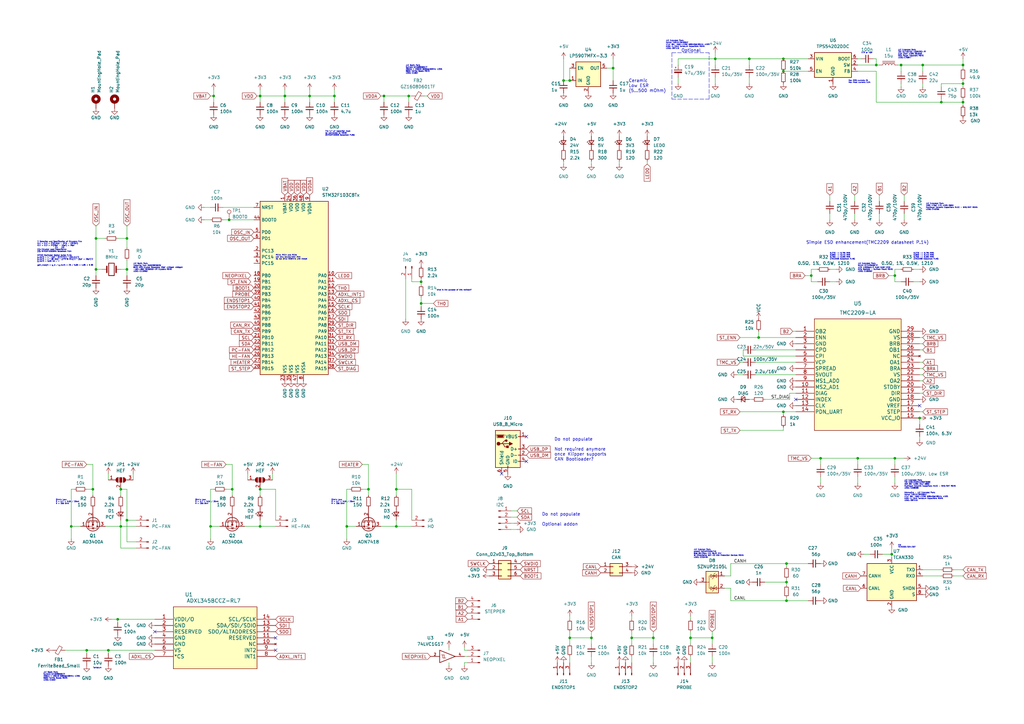
<source format=kicad_sch>
(kicad_sch (version 20211123) (generator eeschema)
  (paper "A3")
  (lib_symbols
    (symbol "74xGxx:74LVC1G17" (pin_names (offset 1.016))
      (property "Reference" "U" (at -2.54 3.81 0))
      (property "Value" "74LVC1G17" (at 0 -3.81 0))
      (symbol "74LVC1G17_1_1"
        (pin input line (at -7.62 0 0) (length 3.81) (name "~") (number "2"))
        (pin power_in line (at 0 -2.54 270) (length 0) hide (name "GND") (number "3"))
        (pin output line (at 6.35 0 180) (length 3.81) (name "~") (number "4"))
        (pin power_in line (at 0 2.54 90) (length 0) hide (name "VCC") (number "5"))
      )
    )
    (symbol "ADXL345BCCZ-RL7:ADXL345BCCZ-RL7" (pin_names (offset 0.254))
      (property "Reference" "U?" (at 13.97 10.16 0))
      (property "Value" "ADXL345BCCZ-RL7" (at 24.13 7.62 0))
      (symbol "ADXL345BCCZ-RL7_1_1"
        (pin power_in line (at 0 0 0) (length 7.62) (name "VDDI/O") (number "1"))
        (pin no_connect line (at 49.53 -10.16 180) (length 7.62) (name "NC") (number "10"))
        (pin unspecified line (at 49.53 -7.62 180) (length 7.62) (name "RESERVED") (number "11"))
        (pin unspecified line (at 49.53 -5.08 180) (length 7.62) (name "SDO/ALTADDRESS") (number "12"))
        (pin unspecified line (at 49.53 -2.54 180) (length 7.62) (name "SDA/SDI/SDIO") (number "13"))
        (pin unspecified line (at 49.53 0 180) (length 7.62) (name "SCL/SCLK") (number "14"))
        (pin power_in line (at 0 -2.54 0) (length 7.62) (name "GND") (number "2"))
        (pin unspecified line (at 0 -5.08 0) (length 7.62) (name "RESERVED") (number "3"))
        (pin power_in line (at 0 -7.62 0) (length 7.62) (name "GND") (number "4"))
        (pin power_in line (at 0 -10.16 0) (length 7.62) (name "GND") (number "5"))
        (pin unspecified line (at 0 -12.7 0) (length 7.62) (name "VS") (number "6"))
        (pin unspecified line (at 0 -15.24 0) (length 7.62) (name "*CS") (number "7"))
        (pin bidirectional line (at 49.53 -15.24 180) (length 7.62) (name "INT1") (number "8"))
        (pin bidirectional line (at 49.53 -12.7 180) (length 7.62) (name "INT2") (number "9"))
      )
    )
    (symbol "Connector:Conn_01x02_Male" (pin_names (offset 1.016) hide)
      (property "Reference" "J" (at 0 2.54 0))
      (property "Value" "Conn_01x02_Male" (at 0 -5.08 0))
      (symbol "Conn_01x02_Male_1_1"
        (pin passive line (at 5.08 0 180) (length 3.81) (name "Pin_1") (number "1"))
        (pin passive line (at 5.08 -2.54 180) (length 3.81) (name "Pin_2") (number "2"))
      )
    )
    (symbol "Connector:Conn_01x03_Male" (pin_names (offset 1.016) hide)
      (property "Reference" "J" (at 0 5.08 0))
      (property "Value" "Conn_01x03_Male" (at 0 -5.08 0))
      (symbol "Conn_01x03_Male_1_1"
        (pin passive line (at 5.08 2.54 180) (length 3.81) (name "Pin_1") (number "1"))
        (pin passive line (at 5.08 0 180) (length 3.81) (name "Pin_2") (number "2"))
        (pin passive line (at 5.08 -2.54 180) (length 3.81) (name "Pin_3") (number "3"))
      )
    )
    (symbol "Connector:Conn_01x04_Male" (pin_names (offset 1.016) hide)
      (property "Reference" "J" (at 0 5.08 0))
      (property "Value" "Conn_01x04_Male" (at 0 -7.62 0))
      (symbol "Conn_01x04_Male_1_1"
        (pin passive line (at 5.08 2.54 180) (length 3.81) (name "Pin_1") (number "1"))
        (pin passive line (at 5.08 0 180) (length 3.81) (name "Pin_2") (number "2"))
        (pin passive line (at 5.08 -2.54 180) (length 3.81) (name "Pin_3") (number "3"))
        (pin passive line (at 5.08 -5.08 180) (length 3.81) (name "Pin_4") (number "4"))
      )
    )
    (symbol "Connector:TestPoint" (pin_numbers hide) (pin_names (offset 0.762) hide)
      (property "Reference" "TP" (at 0 6.858 0))
      (property "Value" "TestPoint" (at 0 5.08 0))
      (symbol "TestPoint_1_1"
        (pin passive line (at 0 0 90) (length 2.54) (name "1") (number "1"))
      )
    )
    (symbol "Connector:USB_B_Micro" (pin_names (offset 1.016))
      (property "Reference" "J" (at -5.08 11.43 0))
      (property "Value" "USB_B_Micro" (at -5.08 8.89 0))
      (symbol "USB_B_Micro_1_1"
        (pin power_out line (at 7.62 5.08 180) (length 2.54) (name "VBUS") (number "1"))
        (pin bidirectional line (at 7.62 -2.54 180) (length 2.54) (name "D-") (number "2"))
        (pin bidirectional line (at 7.62 0 180) (length 2.54) (name "D+") (number "3"))
        (pin passive line (at 7.62 -5.08 180) (length 2.54) (name "ID") (number "4"))
        (pin power_out line (at 0 -10.16 90) (length 2.54) (name "GND") (number "5"))
        (pin passive line (at -2.54 -10.16 90) (length 2.54) (name "Shield") (number "6"))
      )
    )
    (symbol "Connector_Generic:Conn_02x02_Top_Bottom" (pin_names (offset 1.016) hide)
      (property "Reference" "J" (at 1.27 2.54 0))
      (property "Value" "Conn_02x02_Top_Bottom" (at 1.27 -5.08 0))
      (symbol "Conn_02x02_Top_Bottom_1_1"
        (pin passive line (at -5.08 0 0) (length 3.81) (name "Pin_1") (number "1"))
        (pin passive line (at -5.08 -2.54 0) (length 3.81) (name "Pin_2") (number "2"))
        (pin passive line (at 7.62 0 180) (length 3.81) (name "Pin_3") (number "3"))
        (pin passive line (at 7.62 -2.54 180) (length 3.81) (name "Pin_4") (number "4"))
      )
    )
    (symbol "Connector_Generic:Conn_02x03_Top_Bottom" (pin_names (offset 1.016) hide)
      (property "Reference" "J" (at 1.27 5.08 0))
      (property "Value" "Conn_02x03_Top_Bottom" (at 1.27 -5.08 0))
      (symbol "Conn_02x03_Top_Bottom_1_1"
        (pin passive line (at -5.08 2.54 0) (length 3.81) (name "Pin_1") (number "1"))
        (pin passive line (at -5.08 0 0) (length 3.81) (name "Pin_2") (number "2"))
        (pin passive line (at -5.08 -2.54 0) (length 3.81) (name "Pin_3") (number "3"))
        (pin passive line (at 7.62 2.54 180) (length 3.81) (name "Pin_4") (number "4"))
        (pin passive line (at 7.62 0 180) (length 3.81) (name "Pin_5") (number "5"))
        (pin passive line (at 7.62 -2.54 180) (length 3.81) (name "Pin_6") (number "6"))
      )
    )
    (symbol "Device:C_Polarized_Small" (pin_numbers hide) (pin_names (offset 0.254) hide)
      (property "Reference" "C" (at 0.254 1.778 0))
      (property "Value" "C_Polarized_Small" (at 0.254 -2.032 0))
      (symbol "C_Polarized_Small_1_1"
        (pin passive line (at 0 2.54 270) (length 1.8542) (name "~") (number "1"))
        (pin passive line (at 0 -2.54 90) (length 1.8542) (name "~") (number "2"))
      )
    )
    (symbol "Device:C_Small" (pin_numbers hide) (pin_names (offset 0.254) hide)
      (property "Reference" "C" (at 0.254 1.778 0))
      (property "Value" "C_Small" (at 0.254 -2.032 0))
      (symbol "C_Small_1_1"
        (pin passive line (at 0 2.54 270) (length 2.032) (name "~") (number "1"))
        (pin passive line (at 0 -2.54 90) (length 2.032) (name "~") (number "2"))
      )
    )
    (symbol "Device:Crystal" (pin_numbers hide) (pin_names (offset 1.016) hide)
      (property "Reference" "Y" (at 0 3.81 0))
      (property "Value" "Crystal" (at 0 -3.81 0))
      (symbol "Crystal_1_1"
        (pin passive line (at -3.81 0 0) (length 1.27) (name "1") (number "1"))
        (pin passive line (at 3.81 0 180) (length 1.27) (name "2") (number "2"))
      )
    )
    (symbol "Device:FerriteBead_Small" (pin_numbers hide) (pin_names (offset 0))
      (property "Reference" "FB" (at 1.905 1.27 0))
      (property "Value" "FerriteBead_Small" (at 1.905 -1.27 0))
      (symbol "FerriteBead_Small_1_1"
        (pin passive line (at 0 2.54 270) (length 1.27) (name "~") (number "1"))
        (pin passive line (at 0 -2.54 90) (length 1.27) (name "~") (number "2"))
      )
    )
    (symbol "Device:LED_Small" (pin_numbers hide) (pin_names (offset 0.254) hide)
      (property "Reference" "D" (at -1.27 3.175 0))
      (property "Value" "LED_Small" (at -4.445 -2.54 0))
      (symbol "LED_Small_1_1"
        (pin passive line (at -2.54 0 0) (length 1.778) (name "K") (number "1"))
        (pin passive line (at 2.54 0 180) (length 1.778) (name "A") (number "2"))
      )
    )
    (symbol "Device:L_Iron" (pin_numbers hide) (pin_names (offset 1.016) hide)
      (property "Reference" "L" (at -1.27 0 90))
      (property "Value" "L_Iron" (at 2.794 0 90))
      (symbol "L_Iron_1_1"
        (pin passive line (at 0 3.81 270) (length 1.27) (name "1") (number "1"))
        (pin passive line (at 0 -3.81 90) (length 1.27) (name "2") (number "2"))
      )
    )
    (symbol "Device:Q_NMOS_SGD" (pin_names (offset 0) hide)
      (property "Reference" "Q" (at 5.08 1.27 0))
      (property "Value" "Q_NMOS_SGD" (at 5.08 -1.27 0))
      (symbol "Q_NMOS_SGD_1_1"
        (pin passive line (at 2.54 -5.08 90) (length 2.54) (name "S") (number "1"))
        (pin input line (at -5.08 0 0) (length 5.08) (name "G") (number "2"))
        (pin passive line (at 2.54 5.08 270) (length 2.54) (name "D") (number "3"))
      )
    )
    (symbol "Device:R_Small" (pin_numbers hide) (pin_names (offset 0.254) hide)
      (property "Reference" "R" (at 0.762 0.508 0))
      (property "Value" "R_Small" (at 0.762 -1.016 0))
      (symbol "R_Small_1_1"
        (pin passive line (at 0 2.54 270) (length 0.762) (name "~") (number "1"))
        (pin passive line (at 0 -2.54 90) (length 0.762) (name "~") (number "2"))
      )
    )
    (symbol "Interface_CAN_LIN:TCAN330"
      (property "Reference" "U" (at -10.16 8.89 0))
      (property "Value" "TCAN330" (at 2.54 8.89 0))
      (symbol "TCAN330_1_1"
        (pin input line (at -12.7 5.08 0) (length 2.54) (name "TXD") (number "1"))
        (pin power_in line (at 0 -10.16 90) (length 2.54) (name "GND") (number "2"))
        (pin power_in line (at 0 10.16 270) (length 2.54) (name "VCC") (number "3"))
        (pin tri_state line (at -12.7 2.54 0) (length 2.54) (name "RXD") (number "4"))
        (pin input line (at -12.7 -2.54 0) (length 2.54) (name "SHDN") (number "5"))
        (pin bidirectional line (at 12.7 -2.54 180) (length 2.54) (name "CANL") (number "6"))
        (pin bidirectional line (at 12.7 2.54 180) (length 2.54) (name "CANH") (number "7"))
        (pin input line (at -12.7 -5.08 0) (length 2.54) (name "S") (number "8"))
      )
    )
    (symbol "Jumper:SolderJumper_3_Open" (pin_names (offset 0) hide)
      (property "Reference" "JP" (at -2.54 -2.54 0))
      (property "Value" "SolderJumper_3_Open" (at 0 2.794 0))
      (symbol "SolderJumper_3_Open_1_1"
        (pin passive line (at -5.08 0 0) (length 2.54) (name "A") (number "1"))
        (pin input line (at 0 -3.81 90) (length 2.54) (name "C") (number "2"))
        (pin passive line (at 5.08 0 180) (length 2.54) (name "B") (number "3"))
      )
    )
    (symbol "MCU_ST_STM32F1:STM32F103C8Tx"
      (property "Reference" "U" (at -15.24 36.83 0))
      (property "Value" "STM32F103C8Tx" (at 7.62 36.83 0))
      (symbol "STM32F103C8Tx_1_1"
        (pin power_in line (at -5.08 38.1 270) (length 2.54) (name "VBAT") (number "1"))
        (pin bidirectional line (at 15.24 5.08 180) (length 2.54) (name "PA0") (number "10"))
        (pin bidirectional line (at 15.24 2.54 180) (length 2.54) (name "PA1") (number "11"))
        (pin bidirectional line (at 15.24 0 180) (length 2.54) (name "PA2") (number "12"))
        (pin bidirectional line (at 15.24 -2.54 180) (length 2.54) (name "PA3") (number "13"))
        (pin bidirectional line (at 15.24 -5.08 180) (length 2.54) (name "PA4") (number "14"))
        (pin bidirectional line (at 15.24 -7.62 180) (length 2.54) (name "PA5") (number "15"))
        (pin bidirectional line (at 15.24 -10.16 180) (length 2.54) (name "PA6") (number "16"))
        (pin bidirectional line (at 15.24 -12.7 180) (length 2.54) (name "PA7") (number "17"))
        (pin bidirectional line (at -17.78 5.08 0) (length 2.54) (name "PB0") (number "18"))
        (pin bidirectional line (at -17.78 2.54 0) (length 2.54) (name "PB1") (number "19"))
        (pin bidirectional line (at -17.78 15.24 0) (length 2.54) (name "PC13") (number "2"))
        (pin bidirectional line (at -17.78 0 0) (length 2.54) (name "PB2") (number "20"))
        (pin bidirectional line (at -17.78 -20.32 0) (length 2.54) (name "PB10") (number "21"))
        (pin bidirectional line (at -17.78 -22.86 0) (length 2.54) (name "PB11") (number "22"))
        (pin power_in line (at -5.08 -38.1 90) (length 2.54) (name "VSS") (number "23"))
        (pin power_in line (at -2.54 38.1 270) (length 2.54) (name "VDD") (number "24"))
        (pin bidirectional line (at -17.78 -25.4 0) (length 2.54) (name "PB12") (number "25"))
        (pin bidirectional line (at -17.78 -27.94 0) (length 2.54) (name "PB13") (number "26"))
        (pin bidirectional line (at -17.78 -30.48 0) (length 2.54) (name "PB14") (number "27"))
        (pin bidirectional line (at -17.78 -33.02 0) (length 2.54) (name "PB15") (number "28"))
        (pin bidirectional line (at 15.24 -15.24 180) (length 2.54) (name "PA8") (number "29"))
        (pin bidirectional line (at -17.78 12.7 0) (length 2.54) (name "PC14") (number "3"))
        (pin bidirectional line (at 15.24 -17.78 180) (length 2.54) (name "PA9") (number "30"))
        (pin bidirectional line (at 15.24 -20.32 180) (length 2.54) (name "PA10") (number "31"))
        (pin bidirectional line (at 15.24 -22.86 180) (length 2.54) (name "PA11") (number "32"))
        (pin bidirectional line (at 15.24 -25.4 180) (length 2.54) (name "PA12") (number "33"))
        (pin bidirectional line (at 15.24 -27.94 180) (length 2.54) (name "PA13") (number "34"))
        (pin power_in line (at -2.54 -38.1 90) (length 2.54) (name "VSS") (number "35"))
        (pin power_in line (at 0 38.1 270) (length 2.54) (name "VDD") (number "36"))
        (pin bidirectional line (at 15.24 -30.48 180) (length 2.54) (name "PA14") (number "37"))
        (pin bidirectional line (at 15.24 -33.02 180) (length 2.54) (name "PA15") (number "38"))
        (pin bidirectional line (at -17.78 -2.54 0) (length 2.54) (name "PB3") (number "39"))
        (pin bidirectional line (at -17.78 10.16 0) (length 2.54) (name "PC15") (number "4"))
        (pin bidirectional line (at -17.78 -5.08 0) (length 2.54) (name "PB4") (number "40"))
        (pin bidirectional line (at -17.78 -7.62 0) (length 2.54) (name "PB5") (number "41"))
        (pin bidirectional line (at -17.78 -10.16 0) (length 2.54) (name "PB6") (number "42"))
        (pin bidirectional line (at -17.78 -12.7 0) (length 2.54) (name "PB7") (number "43"))
        (pin input line (at -17.78 27.94 0) (length 2.54) (name "BOOT0") (number "44"))
        (pin bidirectional line (at -17.78 -15.24 0) (length 2.54) (name "PB8") (number "45"))
        (pin bidirectional line (at -17.78 -17.78 0) (length 2.54) (name "PB9") (number "46"))
        (pin power_in line (at 0 -38.1 90) (length 2.54) (name "VSS") (number "47"))
        (pin power_in line (at 2.54 38.1 270) (length 2.54) (name "VDD") (number "48"))
        (pin input line (at -17.78 22.86 0) (length 2.54) (name "PD0") (number "5"))
        (pin input line (at -17.78 20.32 0) (length 2.54) (name "PD1") (number "6"))
        (pin input line (at -17.78 33.02 0) (length 2.54) (name "NRST") (number "7"))
        (pin power_in line (at 2.54 -38.1 90) (length 2.54) (name "VSSA") (number "8"))
        (pin power_in line (at 5.08 38.1 270) (length 2.54) (name "VDDA") (number "9"))
      )
    )
    (symbol "Mechanical:MountingHole_Pad" (pin_numbers hide) (pin_names (offset 1.016) hide)
      (property "Reference" "H" (at 0 6.35 0))
      (property "Value" "MountingHole_Pad" (at 0 4.445 0))
      (symbol "MountingHole_Pad_1_1"
        (pin input line (at 0 -2.54 90) (length 2.54) (name "1") (number "1"))
      )
    )
    (symbol "Power_Protection:SZNUP2105L" (pin_names hide)
      (property "Reference" "D" (at 5.715 2.54 0))
      (property "Value" "SZNUP2105L" (at 5.715 0.635 0))
      (symbol "SZNUP2105L_0_0"
        (pin passive line (at 0 -5.08 90) (length 2.54) (name "A") (number "3"))
      )
      (symbol "SZNUP2105L_1_1"
        (pin passive line (at -2.54 5.08 270) (length 2.54) (name "K") (number "1"))
        (pin passive line (at 2.54 5.08 270) (length 2.54) (name "K") (number "2"))
      )
    )
    (symbol "Regulator_Linear:LP5907MFX-3.3"
      (property "Reference" "U?" (at 0 10.16 0))
      (property "Value" "LP5907MFX-3.3" (at 0 7.62 0))
      (symbol "LP5907MFX-3.3_0_1"
        (pin power_in line (at -7.62 -2.54 0) (length 2.54) (name "IN") (number "1"))
        (pin power_in line (at 0 -7.62 90) (length 2.54) (name "GND") (number "2"))
        (pin input line (at -7.62 2.54 0) (length 2.54) (name "EN") (number "3"))
        (pin no_connect line (at 5.08 0 180) (length 2.54) hide (name "NC") (number "4"))
        (pin power_out line (at 7.62 2.54 180) (length 2.54) (name "OUT") (number "5"))
      )
    )
    (symbol "Regulator_Switching:TPS54202DDC"
      (property "Reference" "U" (at -7.62 6.35 0))
      (property "Value" "TPS54202DDC" (at 0 6.35 0))
      (symbol "TPS54202DDC_1_1"
        (pin power_in line (at 0 -7.62 90) (length 2.54) (name "GND") (number "1"))
        (pin power_out line (at 10.16 0 180) (length 2.54) (name "SW") (number "2"))
        (pin power_in line (at -10.16 2.54 0) (length 2.54) (name "VIN") (number "3"))
        (pin input line (at 10.16 -2.54 180) (length 2.54) (name "FB") (number "4"))
        (pin input line (at -10.16 -2.54 0) (length 2.54) (name "EN") (number "5"))
        (pin passive line (at 10.16 2.54 180) (length 2.54) (name "BOOT") (number "6"))
      )
    )
    (symbol "TMC2209-LA:TMC2209-LA" (pin_names (offset 0.254))
      (property "Reference" "U?" (at 25.4 11.43 0))
      (property "Value" "TMC2209-LA" (at 25.4 7.62 0))
      (symbol "TMC2209-LA_1_1"
        (pin output line (at 0 0 0) (length 7.62) (name "OB2") (number "1"))
        (pin input line (at 0 -22.86 0) (length 7.62) (name "MS2_AD1") (number "10"))
        (pin output line (at 0 -25.4 0) (length 7.62) (name "DIAG") (number "11"))
        (pin output line (at 0 -27.94 0) (length 7.62) (name "INDEX") (number "12"))
        (pin input line (at 0 -30.48 0) (length 7.62) (name "CLK") (number "13"))
        (pin bidirectional line (at 0 -33.02 0) (length 7.62) (name "PDN_UART") (number "14"))
        (pin power_in line (at 50.8 -35.56 180) (length 7.62) (name "VCC_IO") (number "15"))
        (pin input line (at 50.8 -33.02 180) (length 7.62) (name "STEP") (number "16"))
        (pin unspecified line (at 50.8 -30.48 180) (length 7.62) (name "VREF") (number "17"))
        (pin input line (at 50.8 -27.94 180) (length 7.62) (name "GND") (number "18"))
        (pin input line (at 50.8 -25.4 180) (length 7.62) (name "DIR") (number "19"))
        (pin input line (at 0 -2.54 0) (length 7.62) (name "ENN") (number "2"))
        (pin power_in line (at 50.8 -22.86 180) (length 7.62) (name "STDBY") (number "20"))
        (pin output line (at 50.8 -20.32 180) (length 7.62) (name "OA2") (number "21"))
        (pin power_in line (at 50.8 -17.78 180) (length 7.62) (name "VS") (number "22"))
        (pin unspecified line (at 50.8 -15.24 180) (length 7.62) (name "BRA") (number "23"))
        (pin output line (at 50.8 -12.7 180) (length 7.62) (name "OA1") (number "24"))
        (pin no_connect line (at 50.8 -10.16 180) (length 7.62) (name "NC") (number "25"))
        (pin output line (at 50.8 -7.62 180) (length 7.62) (name "OB1") (number "26"))
        (pin unspecified line (at 50.8 -5.08 180) (length 7.62) (name "BRB") (number "27"))
        (pin power_in line (at 50.8 -2.54 180) (length 7.62) (name "VS") (number "28"))
        (pin power_in line (at 50.8 0 180) (length 7.62) (name "GND") (number "29"))
        (pin power_in line (at 0 -5.08 0) (length 7.62) (name "GND") (number "3"))
        (pin output line (at 0 -7.62 0) (length 7.62) (name "CPO") (number "4"))
        (pin input line (at 0 -10.16 0) (length 7.62) (name "CPI") (number "5"))
        (pin power_in line (at 0 -12.7 0) (length 7.62) (name "VCP") (number "6"))
        (pin input line (at 0 -15.24 0) (length 7.62) (name "SPREAD") (number "7"))
        (pin output line (at 0 -17.78 0) (length 7.62) (name "5VOUT") (number "8"))
        (pin input line (at 0 -20.32 0) (length 7.62) (name "MS1_AD0") (number "9"))
      )
    )
    (symbol "power:+24V" (power) (pin_names (offset 0))
      (property "Value" "+24V" (at 0 3.556 0))
      (symbol "+24V_1_1"
        (pin power_in line (at 0 0 90) (length 0) hide (name "+24V") (number "1"))
      )
    )
    (symbol "power:+3.3V" (power) (pin_names (offset 0))
      (property "Value" "+3.3V" (at 0 3.556 0))
      (symbol "+3.3V_1_1"
        (pin power_in line (at 0 0 90) (length 0) hide (name "+3V3") (number "1"))
      )
    )
    (symbol "power:+5V" (power) (pin_names (offset 0))
      (property "Value" "+5V" (at 0 3.556 0))
      (symbol "+5V_1_1"
        (pin power_in line (at 0 0 90) (length 0) hide (name "+5V") (number "1"))
      )
    )
    (symbol "power:GND" (power) (pin_names (offset 0))
      (property "Value" "GND" (at 0 -3.81 0))
      (symbol "GND_1_1"
        (pin power_in line (at 0 0 270) (length 0) hide (name "GND") (number "1"))
      )
    )
    (symbol "power:VCC" (power) (pin_names (offset 0))
      (property "Value" "VCC" (at 0 3.81 0))
      (symbol "VCC_1_1"
        (pin power_in line (at 0 0 90) (length 0) hide (name "VCC") (number "1"))
      )
    )
  )
  (junction (at 321.31 29.21))
  (junction (at 35.56 266.7))
  (junction (at 394.97 26.67))
  (junction (at 233.68 33.02))
  (junction (at 332.74 113.03))
  (junction (at 87.63 39.37))
  (junction (at 106.68 215.9))
  (junction (at 38.1 200.66))
  (junction (at 231.14 33.02))
  (junction (at 394.97 41.91))
  (junction (at 49.53 200.66))
  (junction (at 172.72 124.46))
  (junction (at 93.98 90.17))
  (junction (at 106.68 39.37))
  (junction (at 167.64 39.37))
  (junction (at 283.21 261.62))
  (junction (at 367.03 187.96))
  (junction (at 307.34 24.13))
  (junction (at 259.08 261.62))
  (junction (at 151.13 200.66))
  (junction (at 321.31 24.13))
  (junction (at 162.56 215.9))
  (junction (at 49.53 215.9))
  (junction (at 377.19 171.45))
  (junction (at 52.07 213.36))
  (junction (at 351.79 187.96))
  (junction (at 48.26 254))
  (junction (at 157.48 39.37))
  (junction (at 267.97 261.62))
  (junction (at 293.37 24.13))
  (junction (at 386.08 41.91))
  (junction (at 359.41 26.67))
  (junction (at 292.1 261.62))
  (junction (at 137.16 39.37))
  (junction (at 322.58 238.76))
  (junction (at 86.36 215.9))
  (junction (at 39.37 97.79))
  (junction (at 322.58 246.38))
  (junction (at 39.37 110.49))
  (junction (at 394.97 34.29))
  (junction (at 106.68 200.66))
  (junction (at 172.72 115.57))
  (junction (at 162.56 200.66))
  (junction (at 311.15 138.43))
  (junction (at 116.84 39.37))
  (junction (at 322.58 231.14))
  (junction (at 321.31 168.91))
  (junction (at 44.45 266.7))
  (junction (at 378.46 26.67))
  (junction (at 369.57 26.67))
  (junction (at 251.46 27.94))
  (junction (at 52.07 110.49))
  (junction (at 95.25 200.66))
  (junction (at 142.24 215.9))
  (junction (at 242.57 261.62))
  (junction (at 367.03 113.03))
  (junction (at 233.68 261.62))
  (junction (at 365.76 227.33))
  (junction (at 29.21 215.9))
  (junction (at 127 39.37))
  (junction (at 52.07 97.79))
  (junction (at 336.55 187.96))
  (no_connect (at 63.5 259.08))
  (no_connect (at 113.03 261.62))
  (no_connect (at 215.9 189.23))
  (no_connect (at 215.9 179.07))
  (no_connect (at 113.03 266.7))
  (no_connect (at 326.39 163.83))
  (no_connect (at 205.74 194.31))
  (no_connect (at 377.19 166.37))
  (wire (pts (xy 267.97 261.62) (xy 267.97 259.08)))
  (wire (pts (xy 142.24 215.9) (xy 142.24 200.66)))
  (wire (pts (xy 92.71 200.66) (xy 95.25 200.66)))
  (wire (pts (xy 378.46 233.68) (xy 386.08 233.68)))
  (wire (pts (xy 369.57 26.67) (xy 368.3 26.67)))
  (wire (pts (xy 190.5 269.24) (xy 191.77 269.24)))
  (wire (pts (xy 259.08 269.24) (xy 259.08 271.78)))
  (wire (pts (xy 231.14 33.02) (xy 233.68 33.02)))
  (wire (pts (xy 359.41 29.21) (xy 359.41 41.91)))
  (wire (pts (xy 322.58 237.49) (xy 322.58 238.76)))
  (wire (pts (xy 190.5 273.05) (xy 190.5 271.78)))
  (wire (pts (xy 351.79 190.5) (xy 351.79 187.96)))
  (wire (pts (xy 369.57 29.21) (xy 369.57 26.67)))
  (wire (pts (xy 303.53 176.53) (xy 321.31 176.53)))
  (wire (pts (xy 251.46 24.13) (xy 251.46 27.94)))
  (wire (pts (xy 332.74 110.49) (xy 335.28 110.49)))
  (wire (pts (xy 259.08 261.62) (xy 267.97 261.62)))
  (wire (pts (xy 322.58 238.76) (xy 313.69 238.76)))
  (wire (pts (xy 111.76 196.85) (xy 111.76 194.31)))
  (wire (pts (xy 48.26 97.79) (xy 52.07 97.79)))
  (wire (pts (xy 386.08 40.64) (xy 386.08 41.91)))
  (wire (pts (xy 156.21 215.9) (xy 162.56 215.9)))
  (wire (pts (xy 106.68 36.83) (xy 106.68 39.37)))
  (wire (pts (xy 304.8 143.51) (xy 304.8 146.05)))
  (wire (pts (xy 95.25 190.5) (xy 95.25 200.66)))
  (wire (pts (xy 321.31 176.53) (xy 321.31 175.26)))
  (wire (pts (xy 283.21 264.16) (xy 283.21 261.62)))
  (wire (pts (xy 332.74 187.96) (xy 336.55 187.96)))
  (wire (pts (xy 321.31 168.91) (xy 321.31 170.18)))
  (wire (pts (xy 113.03 215.9) (xy 106.68 215.9)))
  (wire (pts (xy 361.95 227.33) (xy 365.76 227.33)))
  (wire (pts (xy 370.84 80.01) (xy 370.84 82.55)))
  (wire (pts (xy 137.16 39.37) (xy 137.16 41.91)))
  (wire (pts (xy 95.25 203.2) (xy 95.25 200.66)))
  (wire (pts (xy 151.13 203.2) (xy 151.13 200.66)))
  (wire (pts (xy 309.88 143.51) (xy 326.39 143.51)))
  (wire (pts (xy 52.07 200.66) (xy 49.53 200.66)))
  (wire (pts (xy 231.14 66.04) (xy 231.14 67.31)))
  (wire (pts (xy 307.34 163.83) (xy 308.61 163.83)))
  (wire (pts (xy 332.74 113.03) (xy 332.74 110.49)))
  (wire (pts (xy 367.03 115.57) (xy 369.57 115.57)))
  (polyline (pts (xy 275.59 21.59) (xy 275.59 40.64)))
  (wire (pts (xy 101.6 194.31) (xy 101.6 196.85)))
  (wire (pts (xy 162.56 200.66) (xy 162.56 203.2)))
  (wire (pts (xy 386.08 41.91) (xy 394.97 41.91)))
  (wire (pts (xy 365.76 224.79) (xy 365.76 227.33)))
  (wire (pts (xy 360.68 80.01) (xy 360.68 82.55)))
  (wire (pts (xy 360.68 87.63) (xy 360.68 90.17)))
  (wire (pts (xy 378.46 153.67) (xy 377.19 153.67)))
  (wire (pts (xy 367.03 187.96) (xy 351.79 187.96)))
  (wire (pts (xy 322.58 231.14) (xy 322.58 232.41)))
  (wire (pts (xy 35.56 200.66) (xy 38.1 200.66)))
  (wire (pts (xy 39.37 110.49) (xy 41.91 110.49)))
  (wire (pts (xy 116.84 39.37) (xy 116.84 41.91)))
  (wire (pts (xy 292.1 261.62) (xy 292.1 264.16)))
  (wire (pts (xy 283.21 252.73) (xy 283.21 254)))
  (wire (pts (xy 242.57 261.62) (xy 242.57 259.08)))
  (wire (pts (xy 127 39.37) (xy 127 41.91)))
  (wire (pts (xy 86.36 39.37) (xy 87.63 39.37)))
  (wire (pts (xy 299.72 246.38) (xy 322.58 246.38)))
  (wire (pts (xy 350.52 87.63) (xy 350.52 90.17)))
  (wire (pts (xy 116.84 36.83) (xy 116.84 39.37)))
  (wire (pts (xy 283.21 261.62) (xy 292.1 261.62)))
  (wire (pts (xy 325.12 135.89) (xy 326.39 135.89)))
  (wire (pts (xy 265.43 66.04) (xy 265.43 67.31)))
  (wire (pts (xy 242.57 269.24) (xy 242.57 271.78)))
  (wire (pts (xy 91.44 85.09) (xy 104.14 85.09)))
  (wire (pts (xy 377.19 171.45) (xy 377.19 173.99)))
  (wire (pts (xy 259.08 264.16) (xy 259.08 261.62)))
  (wire (pts (xy 45.72 254) (xy 48.26 254)))
  (wire (pts (xy 254 66.04) (xy 254 67.31)))
  (wire (pts (xy 52.07 213.36) (xy 52.07 200.66)))
  (wire (pts (xy 367.03 195.58) (xy 367.03 198.12)))
  (wire (pts (xy 184.15 265.43) (xy 184.15 266.7)))
  (wire (pts (xy 293.37 21.59) (xy 293.37 24.13)))
  (wire (pts (xy 374.65 110.49) (xy 377.19 110.49)))
  (wire (pts (xy 168.91 200.66) (xy 162.56 200.66)))
  (wire (pts (xy 378.46 140.97) (xy 377.19 140.97)))
  (wire (pts (xy 157.48 41.91) (xy 157.48 39.37)))
  (wire (pts (xy 83.82 85.09) (xy 86.36 85.09)))
  (wire (pts (xy 55.88 215.9) (xy 49.53 215.9)))
  (wire (pts (xy 378.46 151.13) (xy 377.19 151.13)))
  (wire (pts (xy 54.61 196.85) (xy 54.61 194.31)))
  (wire (pts (xy 354.33 227.33) (xy 356.87 227.33)))
  (wire (pts (xy 55.88 224.79) (xy 49.53 224.79)))
  (wire (pts (xy 177.8 124.46) (xy 172.72 124.46)))
  (wire (pts (xy 137.16 36.83) (xy 137.16 39.37)))
  (wire (pts (xy 378.46 148.59) (xy 377.19 148.59)))
  (wire (pts (xy 212.09 209.55) (xy 209.55 209.55)))
  (wire (pts (xy 127 39.37) (xy 137.16 39.37)))
  (wire (pts (xy 106.68 39.37) (xy 106.68 41.91)))
  (wire (pts (xy 340.36 115.57) (xy 342.9 115.57)))
  (wire (pts (xy 378.46 168.91) (xy 377.19 168.91)))
  (wire (pts (xy 313.69 163.83) (xy 323.85 163.83)))
  (wire (pts (xy 113.03 200.66) (xy 106.68 200.66)))
  (wire (pts (xy 39.37 97.79) (xy 43.18 97.79)))
  (wire (pts (xy 251.46 27.94) (xy 248.92 27.94)))
  (wire (pts (xy 394.97 233.68) (xy 391.16 233.68)))
  (wire (pts (xy 394.97 236.22) (xy 391.16 236.22)))
  (wire (pts (xy 35.56 266.7) (xy 44.45 266.7)))
  (wire (pts (xy 293.37 31.75) (xy 293.37 34.29)))
  (wire (pts (xy 358.14 24.13) (xy 359.41 24.13)))
  (wire (pts (xy 49.53 215.9) (xy 49.53 224.79)))
  (wire (pts (xy 39.37 113.03) (xy 39.37 110.49)))
  (wire (pts (xy 307.34 24.13) (xy 321.31 24.13)))
  (wire (pts (xy 212.09 212.09) (xy 209.55 212.09)))
  (wire (pts (xy 191.77 266.7) (xy 190.5 266.7)))
  (wire (pts (xy 350.52 80.01) (xy 350.52 82.55)))
  (wire (pts (xy 48.26 254) (xy 63.5 254)))
  (wire (pts (xy 351.79 195.58) (xy 351.79 198.12)))
  (wire (pts (xy 113.03 213.36) (xy 113.03 200.66)))
  (wire (pts (xy 303.53 148.59) (xy 304.8 148.59)))
  (wire (pts (xy 242.57 261.62) (xy 242.57 264.16)))
  (wire (pts (xy 304.8 146.05) (xy 326.39 146.05)))
  (wire (pts (xy 49.53 213.36) (xy 49.53 215.9)))
  (wire (pts (xy 172.72 124.46) (xy 172.72 121.92)))
  (wire (pts (xy 293.37 26.67) (xy 293.37 24.13)))
  (wire (pts (xy 44.45 266.7) (xy 44.45 267.97)))
  (wire (pts (xy 322.58 238.76) (xy 322.58 240.03)))
  (wire (pts (xy 52.07 110.49) (xy 49.53 110.49)))
  (wire (pts (xy 293.37 24.13) (xy 307.34 24.13)))
  (wire (pts (xy 251.46 33.02) (xy 251.46 27.94)))
  (wire (pts (xy 336.55 187.96) (xy 336.55 190.5)))
  (wire (pts (xy 267.97 269.24) (xy 267.97 271.78)))
  (wire (pts (xy 167.64 39.37) (xy 168.91 39.37)))
  (wire (pts (xy 386.08 34.29) (xy 394.97 34.29)))
  (wire (pts (xy 351.79 26.67) (xy 359.41 26.67)))
  (wire (pts (xy 43.18 215.9) (xy 49.53 215.9)))
  (wire (pts (xy 364.49 113.03) (xy 367.03 113.03)))
  (wire (pts (xy 233.68 261.62) (xy 242.57 261.62)))
  (wire (pts (xy 326.39 161.29) (xy 323.85 161.29)))
  (wire (pts (xy 231.14 24.13) (xy 231.14 33.02)))
  (polyline (pts (xy 290.83 40.64) (xy 290.83 21.59)))
  (wire (pts (xy 87.63 39.37) (xy 87.63 41.91)))
  (wire (pts (xy 303.53 138.43) (xy 311.15 138.43)))
  (wire (pts (xy 92.71 190.5) (xy 95.25 190.5)))
  (wire (pts (xy 378.46 143.51) (xy 377.19 143.51)))
  (wire (pts (xy 259.08 252.73) (xy 259.08 254)))
  (wire (pts (xy 378.46 161.29) (xy 377.19 161.29)))
  (wire (pts (xy 52.07 92.71) (xy 52.07 97.79)))
  (wire (pts (xy 148.59 190.5) (xy 151.13 190.5)))
  (wire (pts (xy 299.72 236.22) (xy 297.18 236.22)))
  (wire (pts (xy 340.36 110.49) (xy 342.9 110.49)))
  (wire (pts (xy 378.46 26.67) (xy 394.97 26.67)))
  (wire (pts (xy 190.5 266.7) (xy 190.5 265.43)))
  (wire (pts (xy 369.57 35.56) (xy 369.57 34.29)))
  (wire (pts (xy 386.08 35.56) (xy 386.08 34.29)))
  (wire (pts (xy 321.31 29.21) (xy 331.47 29.21)))
  (wire (pts (xy 259.08 259.08) (xy 259.08 261.62)))
  (wire (pts (xy 39.37 97.79) (xy 39.37 110.49)))
  (wire (pts (xy 367.03 113.03) (xy 367.03 110.49)))
  (wire (pts (xy 55.88 222.25) (xy 52.07 222.25)))
  (wire (pts (xy 168.91 213.36) (xy 168.91 200.66)))
  (wire (pts (xy 330.2 113.03) (xy 332.74 113.03)))
  (wire (pts (xy 283.21 259.08) (xy 283.21 261.62)))
  (wire (pts (xy 359.41 41.91) (xy 386.08 41.91)))
  (wire (pts (xy 302.26 153.67) (xy 304.8 153.67)))
  (wire (pts (xy 100.33 215.9) (xy 106.68 215.9)))
  (wire (pts (xy 367.03 187.96) (xy 370.84 187.96)))
  (wire (pts (xy 394.97 41.91) (xy 394.97 40.64)))
  (wire (pts (xy 340.36 87.63) (xy 340.36 90.17)))
  (wire (pts (xy 29.21 215.9) (xy 29.21 220.98)))
  (wire (pts (xy 106.68 213.36) (xy 106.68 215.9)))
  (wire (pts (xy 297.18 241.3) (xy 299.72 241.3)))
  (wire (pts (xy 299.72 231.14) (xy 322.58 231.14)))
  (wire (pts (xy 26.67 266.7) (xy 35.56 266.7)))
  (wire (pts (xy 44.45 266.7) (xy 63.5 266.7)))
  (wire (pts (xy 233.68 27.94) (xy 233.68 33.02)))
  (wire (pts (xy 162.56 213.36) (xy 162.56 215.9)))
  (wire (pts (xy 370.84 87.63) (xy 370.84 90.17)))
  (wire (pts (xy 307.34 31.75) (xy 307.34 34.29)))
  (polyline (pts (xy 275.59 40.64) (xy 290.83 40.64)))
  (wire (pts (xy 83.82 90.17) (xy 86.36 90.17)))
  (wire (pts (xy 38.1 203.2) (xy 38.1 200.66)))
  (wire (pts (xy 336.55 195.58) (xy 336.55 198.12)))
  (wire (pts (xy 394.97 24.13) (xy 394.97 26.67)))
  (wire (pts (xy 146.05 215.9) (xy 142.24 215.9)))
  (wire (pts (xy 52.07 97.79) (xy 52.07 101.6)))
  (wire (pts (xy 378.46 29.21) (xy 378.46 26.67)))
  (wire (pts (xy 184.15 273.05) (xy 184.15 271.78)))
  (wire (pts (xy 332.74 113.03) (xy 332.74 115.57)))
  (wire (pts (xy 394.97 43.18) (xy 394.97 41.91)))
  (wire (pts (xy 87.63 200.66) (xy 86.36 200.66)))
  (wire (pts (xy 86.36 215.9) (xy 86.36 200.66)))
  (wire (pts (xy 173.99 39.37) (xy 175.26 39.37)))
  (wire (pts (xy 353.06 24.13) (xy 351.79 24.13)))
  (wire (pts (xy 378.46 156.21) (xy 377.19 156.21)))
  (wire (pts (xy 299.72 241.3) (xy 299.72 246.38)))
  (wire (pts (xy 87.63 36.83) (xy 87.63 39.37)))
  (wire (pts (xy 309.88 153.67) (xy 326.39 153.67)))
  (wire (pts (xy 190.5 271.78) (xy 191.77 271.78)))
  (wire (pts (xy 311.15 135.89) (xy 311.15 138.43)))
  (wire (pts (xy 39.37 92.71) (xy 39.37 97.79)))
  (wire (pts (xy 303.53 168.91) (xy 321.31 168.91)))
  (wire (pts (xy 106.68 200.66) (xy 106.68 203.2)))
  (wire (pts (xy 323.85 161.29) (xy 323.85 163.83)))
  (wire (pts (xy 351.79 187.96) (xy 336.55 187.96)))
  (wire (pts (xy 367.03 190.5) (xy 367.03 187.96)))
  (wire (pts (xy 233.68 252.73) (xy 233.68 254)))
  (wire (pts (xy 359.41 24.13) (xy 359.41 26.67)))
  (wire (pts (xy 394.97 34.29) (xy 394.97 35.56)))
  (wire (pts (xy 209.55 217.17) (xy 212.09 217.17)))
  (wire (pts (xy 233.68 264.16) (xy 233.68 261.62)))
  (wire (pts (xy 172.72 114.3) (xy 172.72 115.57)))
  (wire (pts (xy 299.72 231.14) (xy 299.72 236.22)))
  (wire (pts (xy 148.59 200.66) (xy 151.13 200.66)))
  (wire (pts (xy 367.03 113.03) (xy 367.03 115.57)))
  (wire (pts (xy 377.19 179.07) (xy 377.19 180.34)))
  (wire (pts (xy 332.74 115.57) (xy 335.28 115.57)))
  (wire (pts (xy 116.84 39.37) (xy 127 39.37)))
  (wire (pts (xy 233.68 269.24) (xy 233.68 271.78)))
  (wire (pts (xy 35.56 190.5) (xy 38.1 190.5)))
  (wire (pts (xy 374.65 115.57) (xy 377.19 115.57)))
  (wire (pts (xy 157.48 39.37) (xy 167.64 39.37)))
  (wire (pts (xy 172.72 124.46) (xy 172.72 125.73)))
  (wire (pts (xy 105.41 39.37) (xy 106.68 39.37)))
  (wire (pts (xy 35.56 267.97) (xy 35.56 266.7)))
  (wire (pts (xy 52.07 222.25) (xy 52.07 213.36)))
  (wire (pts (xy 86.36 215.9) (xy 86.36 220.98)))
  (wire (pts (xy 52.07 113.03) (xy 52.07 110.49)))
  (wire (pts (xy 127 36.83) (xy 127 39.37)))
  (wire (pts (xy 48.26 254) (xy 48.26 255.27)))
  (wire (pts (xy 369.57 26.67) (xy 378.46 26.67)))
  (wire (pts (xy 278.13 24.13) (xy 293.37 24.13)))
  (wire (pts (xy 394.97 26.67) (xy 394.97 27.94)))
  (wire (pts (xy 309.88 148.59) (xy 326.39 148.59)))
  (wire (pts (xy 156.21 39.37) (xy 157.48 39.37)))
  (wire (pts (xy 166.37 114.3) (xy 166.37 130.81)))
  (wire (pts (xy 168.91 114.3) (xy 168.91 115.57)))
  (wire (pts (xy 52.07 213.36) (xy 55.88 213.36)))
  (wire (pts (xy 233.68 259.08) (xy 233.68 261.62)))
  (wire (pts (xy 378.46 35.56) (xy 378.46 34.29)))
  (wire (pts (xy 52.07 110.49) (xy 52.07 106.68)))
  (wire (pts (xy 386.08 236.22) (xy 378.46 236.22)))
  (wire (pts (xy 278.13 31.75) (xy 278.13 34.29)))
  (wire (pts (xy 322.58 245.11) (xy 322.58 246.38)))
  (polyline (pts (xy 275.59 21.59) (xy 290.83 21.59)))
  (wire (pts (xy 394.97 33.02) (xy 394.97 34.29)))
  (wire (pts (xy 167.64 39.37) (xy 167.64 41.91)))
  (wire (pts (xy 321.31 168.91) (xy 326.39 168.91)))
  (wire (pts (xy 29.21 215.9) (xy 29.21 200.66)))
  (wire (pts (xy 44.45 194.31) (xy 44.45 196.85)))
  (wire (pts (xy 162.56 200.66) (xy 162.56 194.31)))
  (wire (pts (xy 311.15 138.43) (xy 326.39 138.43)))
  (wire (pts (xy 321.31 24.13) (xy 331.47 24.13)))
  (wire (pts (xy 367.03 110.49) (xy 369.57 110.49)))
  (wire (pts (xy 168.91 215.9) (xy 162.56 215.9)))
  (wire (pts (xy 242.57 66.04) (xy 242.57 67.31)))
  (wire (pts (xy 90.17 215.9) (xy 86.36 215.9)))
  (wire (pts (xy 307.34 24.13) (xy 307.34 26.67)))
  (wire (pts (xy 38.1 190.5) (xy 38.1 200.66)))
  (wire (pts (xy 340.36 80.01) (xy 340.36 82.55)))
  (wire (pts (xy 351.79 29.21) (xy 359.41 29.21)))
  (wire (pts (xy 91.44 90.17) (xy 93.98 90.17)))
  (wire (pts (xy 322.58 231.14) (xy 331.47 231.14)))
  (wire (pts (xy 151.13 190.5) (xy 151.13 200.66)))
  (wire (pts (xy 283.21 269.24) (xy 283.21 271.78)))
  (wire (pts (xy 360.68 26.67) (xy 359.41 26.67)))
  (wire (pts (xy 322.58 246.38) (xy 331.47 246.38)))
  (wire (pts (xy 292.1 261.62) (xy 292.1 259.08)))
  (wire (pts (xy 377.19 138.43) (xy 378.46 138.43)))
  (wire (pts (xy 93.98 90.17) (xy 104.14 90.17)))
  (wire (pts (xy 143.51 200.66) (xy 142.24 200.66)))
  (wire (pts (xy 267.97 261.62) (xy 267.97 264.16)))
  (wire (pts (xy 106.68 39.37) (xy 116.84 39.37)))
  (wire (pts (xy 210.82 214.63) (xy 209.55 214.63)))
  (wire (pts (xy 30.48 200.66) (xy 29.21 200.66)))
  (wire (pts (xy 142.24 215.9) (xy 142.24 220.98)))
  (wire (pts (xy 292.1 269.24) (xy 292.1 271.78)))
  (wire (pts (xy 49.53 200.66) (xy 49.53 203.2)))
  (wire (pts (xy 278.13 26.67) (xy 278.13 24.13)))
  (wire (pts (xy 172.72 115.57) (xy 172.72 116.84)))
  (wire (pts (xy 365.76 227.33) (xy 365.76 228.6)))
  (wire (pts (xy 33.02 215.9) (xy 29.21 215.9)))
  (wire (pts (xy 168.91 115.57) (xy 172.72 115.57)))
  (text "Do not populate\n\nOptional addon" (at 222.25 215.9 0) (effects (font (size 1.27 1.27)) (justify left bottom)))
  (text "Ohm's Law:\nR = U/I = 3.3V / 20mA\nR = 165 Ohm" (at 22.86 207.01 0) (effects (font (size 0.5 0.5)) (justify left bottom)))
  (text "Ohm's Law:\nR = U/I = 3.3V / 20mA\nR = 165 Ohm" (at 135.89 207.01 0) (effects (font (size 0.5 0.5)) (justify left bottom)))
  (text "JLC Extended Part:\nTDK C2012X5R1V226MT000E\nX5R 35V ±20% 22uF 0805 \nMultilayer Ceramic Capacitors MLCC - SMD/SMT ROHS\nLCSC: C338080" (at 370.84 200.66 0) (effects (font (size 0.5 0.5)) (justify left bottom)))
  (text "Optional" (at 279.4 21.59 0) (effects (font (size 1.27 1.27)) (justify left bottom)))
  (text "Do not populate\n\nNot required anymore \nonce Klipper supports \nCAN Bootloader?" (at 227.33 189.23 0) (effects (font (size 1.27 1.27)) (justify left bottom)))
  (text "What is the purpose of this resistor?" (at 179.07 119.38 0) (effects (font (size 0.5 0.5)) (justify left bottom)))
  (text "0.27Ω -> 0.79A RMS\n0.50Ω -> 0.44A RMS \n0.75Ω -> 0.30A RMS\n(TMC2209 Datasheet P.49)" (at 340.36 106.68 0) (effects (font (size 0.5 0.5)) (justify left bottom)))
  (text "The 4.7 µF capacitor must\nbe connected to VDD3!\n(STM32F103C8 Datasheet P.36)" (at 133.35 55.88 0) (effects (font (size 0.5 0.5)) (justify left bottom)))
  (text "Alt:\nTCAN332/334/337" (at 368.3 224.79 0) (effects (font (size 0.5 0.5)) (justify left bottom)))
  (text "Tantalum" (at 38.1 274.32 0) (effects (font (size 0.5 0.5)) (justify left bottom)))
  (text "JLC Extended Part:\nKemet T491X476K035AT\n47uF 35V -55C~+125C 600mΩ@100kHz ±10% \nCASE-X_7343 Tantalum Capacitors ROHS\nLCSC: C87110" (at 273.05 20.32 0) (effects (font (size 0.5 0.5)) (justify left bottom)))
  (text "JLC Basic Part:\nSunlord GZ1608D601TF\n200mA 1 450mΩ 600Ω@100MHz ±25% \n0603 Ferrite Beads ROHS\nLCSC: C1002" (at 17.78 279.4 0) (effects (font (size 0.5 0.5)) (justify left bottom)))
  (text "PC13, PC14 and PC15\ncan only source/sink 3mA\nDo not drive MOSFETs with these!" (at 113.03 106.68 0) (effects (font (size 0.5 0.5)) (justify left bottom)))
  (text "Ceramic\nLow ESR \n(5...500 mOhm)" (at 257.81 38.1 0) (effects (font (size 1.27 1.27)) (justify left bottom)))
  (text "JLC Extended Part:\nRALEC RTT12R500FTP\n±1% ±200ppm/C 0.5W 0.5Ω 1210 \nChip Resistor - Surface Mount ROHS\nLCSC: C105052" (at 351.79 111.76 0) (effects (font (size 0.5 0.5)) (justify left bottom)))
  (text "TI Selection and Specification of Chrystals P.4:\nCL1 = CL2 = 2*(CLOAD - CPIN - CSTRAY)\nCL1 = CL2 = 2*(20pF - 10pF) = 20pF\n                   (1)    (2)\n(1): Chrystal Load Capacitance\n(2): STM32F103C8T6 Datasheet P.54\n\nSTM32 Oscillator Design Guide P.13:\ng_mcrit = 4 * ESR * (2*PI*f)^2 * (C0+CL)^2\ng_mcrit = 4 * 80 Ohm * (2*PI*8 MHz)^2 * (5pF + 20pF)^2\ng_mcrit = 5.05 mA / V\n\ngain_margin = g_m / g_mcrit = 25 / 5.05 = 4.95 < 5 !!!" (at 15.24 109.22 0) (effects (font (size 0.5 0.5)) (justify left bottom)))
  (text "Alternative - JLC Extended Part:\nKemet T491X476K035AT\n47uF 35V -55C~+125C 600mΩ@100kHz ±10% \nCASE-X_7343 Tantalum Capacitors ROHS\nLCSC: C87110" (at 370.84 205.74 0) (effects (font (size 0.5 0.5)) (justify left bottom)))
  (text "JLC Extended Part:\n100V 470pF X7R ±10% 0603 \nMultilayer Ceramic Capacitors MLCC - SMD/SMT ROHS\nLCSC: C43255" (at 379.73 86.36 0) (effects (font (size 0.5 0.5)) (justify left bottom)))
  (text "0.27Ω -> 0.79A RMS\n0.50Ω -> 0.44A RMS \n0.75Ω -> 0.30A RMS\n(TMC2209 Datasheet P.49)" (at 374.65 106.68 0) (effects (font (size 0.5 0.5)) (justify left bottom)))
  (text "X7R or X5R" (at 353.238 22.0785 0) (effects (font (size 0.5 0.5)) (justify left bottom)))
  (text "JLC Basic Part:\nSunlord GZ1608D601TF\n200mA 1 450mΩ 600Ω@100MHz ±25% \n0603 Ferrite Beads ROHS\nLCSC: C1002" (at 166.37 30.48 0) (effects (font (size 0.5 0.5)) (justify left bottom)))
  (text "Max RMS current: 2A\nMax Peak current: 2.2A\n" (at 347.98 34.29 0) (effects (font (size 0.5 0.5)) (justify left bottom)))
  (text "Ohm's Law:\nR = U/I = 3.3V / 20mA\nR = 165 Ohm" (at 80.01 207.01 0) (effects (font (size 0.5 0.5)) (justify left bottom)))
  (text "JLC Basic Part:\nYangxing Tech X50328MSB2GI\n8MHz SMD Crystal Resonator 20pF ±10ppm ±50ppm \n-40C~+85C SMD5032-2P Crystals ROHS\nLCSC: C115962" (at 54.61 111.76 0) (effects (font (size 0.5 0.5)) (justify left bottom)))
  (text "JLC Extended Part:\nTDK SLF10145T-150M2R2-PF\n2.2A 15uH ±20% 56.6mΩ \nSMD Power Inductors ROHS\nLCSC: C76847\n" (at 368.3 24.13 0) (effects (font (size 0.5 0.5)) (justify left bottom)))
  (text "JLC External Part:\nonsemi SZNUP2105LT1G\n8A@ 80/20μs 44V 26.2V 24V\nBi-Directional SOT-23 ESD Protection Devices ROHS\nLCSC: C233494\n\n" (at 284.48 229.87 0) (effects (font (size 0.5 0.5)) (justify left bottom)))
  (text "Simple ESD enhancement(TMC2209 datasheet P.14)" (at 381 100.33 180) (effects (font (size 1.27 1.27)) (justify right bottom)))
  (label "CANH" (at 300.99 231.14 0))
  (label "CANL" (at 300.99 246.38 0))
  (label "ST_DIAG" (at 316.23 163.83 0))
  (global_label "TH0" (shape input) (at 177.8 124.46 0) (property "Intersheet References" "${INTERSHEET_REFS}" (effects hide)))
  (global_label "ST_ENN" (shape input) (at 303.53 138.43 180) (property "Intersheet References" "${INTERSHEET_REFS}" (effects hide)))
  (global_label "VBAT" (shape input) (at 116.84 80.01 90) (property "Intersheet References" "${INTERSHEET_REFS}" (effects hide)))
  (global_label "VDD" (shape input) (at 124.46 80.01 90) (property "Intersheet References" "${INTERSHEET_REFS}" (effects hide)))
  (global_label "PC-FAN" (shape input) (at 104.14 143.51 180) (property "Intersheet References" "${INTERSHEET_REFS}" (effects hide)))
  (global_label "ST_STEP" (shape input) (at 104.14 151.13 180) (property "Intersheet References" "${INTERSHEET_REFS}" (effects hide)))
  (global_label "B2" (shape input) (at 191.77 246.38 180) (property "Intersheet References" "${INTERSHEET_REFS}" (effects hide)))
  (global_label "CAN_RX" (shape input) (at 394.97 236.22 0) (property "Intersheet References" "${INTERSHEET_REFS}" (effects hide)))
  (global_label "CANH" (shape input) (at 353.06 236.22 180) (property "Intersheet References" "${INTERSHEET_REFS}" (effects hide)))
  (global_label "VDD" (shape input) (at 119.38 80.01 90) (property "Intersheet References" "${INTERSHEET_REFS}" (effects hide)))
  (global_label "SWDIO" (shape input) (at 137.16 146.05 0) (property "Intersheet References" "${INTERSHEET_REFS}" (effects hide)))
  (global_label "ST_RX" (shape input) (at 303.53 168.91 180) (property "Intersheet References" "${INTERSHEET_REFS}" (effects hide)))
  (global_label "PROBE" (shape input) (at 292.1 259.08 90) (property "Intersheet References" "${INTERSHEET_REFS}" (effects hide)))
  (global_label "OSC_IN" (shape input) (at 104.14 95.25 180) (property "Intersheet References" "${INTERSHEET_REFS}" (effects hide)))
  (global_label "A1" (shape input) (at 378.46 148.59 0) (property "Intersheet References" "${INTERSHEET_REFS}" (effects hide)))
  (global_label "ST_DIAG" (shape input) (at 137.16 151.13 0) (property "Intersheet References" "${INTERSHEET_REFS}" (effects hide)))
  (global_label "B2" (shape input) (at 325.12 135.89 180) (property "Intersheet References" "${INTERSHEET_REFS}" (effects hide)))
  (global_label "PROBE" (shape input) (at 104.14 120.65 180) (property "Intersheet References" "${INTERSHEET_REFS}" (effects hide)))
  (global_label "SWCLK" (shape input) (at 137.16 148.59 0) (property "Intersheet References" "${INTERSHEET_REFS}" (effects hide)))
  (global_label "VDD" (shape input) (at 105.41 39.37 180) (property "Intersheet References" "${INTERSHEET_REFS}" (effects hide)))
  (global_label "BOOT1" (shape input) (at 104.14 118.11 180) (property "Intersheet References" "${INTERSHEET_REFS}" (effects hide)))
  (global_label "SWDIO" (shape input) (at 213.36 231.14 0) (property "Intersheet References" "${INTERSHEET_REFS}" (effects hide)))
  (global_label "B1" (shape input) (at 378.46 143.51 0) (property "Intersheet References" "${INTERSHEET_REFS}" (effects hide)))
  (global_label "NEOPIXEL" (shape input) (at 176.53 269.24 180) (property "Intersheet References" "${INTERSHEET_REFS}" (effects hide)))
  (global_label "LED0" (shape input) (at 265.43 67.31 270) (property "Intersheet References" "${INTERSHEET_REFS}" (effects hide)))
  (global_label "VDD" (shape input) (at 121.92 80.01 90) (property "Intersheet References" "${INTERSHEET_REFS}" (effects hide)))
  (global_label "CAN_TX" (shape input) (at 394.97 233.68 0) (property "Intersheet References" "${INTERSHEET_REFS}" (effects hide)))
  (global_label "B2" (shape input) (at 370.84 80.01 90) (property "Intersheet References" "${INTERSHEET_REFS}" (effects hide)))
  (global_label "SCL" (shape input) (at 212.09 209.55 0) (property "Intersheet References" "${INTERSHEET_REFS}" (effects hide)))
  (global_label "ST_TX" (shape input) (at 303.53 176.53 180) (property "Intersheet References" "${INTERSHEET_REFS}" (effects hide)))
  (global_label "CANL" (shape input) (at 246.38 232.41 180) (property "Intersheet References" "${INTERSHEET_REFS}" (effects hide)))
  (global_label "HEATER" (shape input) (at 148.59 190.5 180) (property "Intersheet References" "${INTERSHEET_REFS}" (effects hide)))
  (global_label "SDI" (shape input) (at 113.03 256.54 0) (property "Intersheet References" "${INTERSHEET_REFS}" (effects hide)))
  (global_label "ADXL_CS" (shape input) (at 63.5 269.24 180) (property "Intersheet References" "${INTERSHEET_REFS}" (effects hide)))
  (global_label "SDO" (shape input) (at 113.03 259.08 0) (property "Intersheet References" "${INTERSHEET_REFS}" (effects hide)))
  (global_label "ST_DIR" (shape input) (at 137.16 133.35 0) (property "Intersheet References" "${INTERSHEET_REFS}" (effects hide)))
  (global_label "USB_DP" (shape input) (at 137.16 143.51 0) (property "Intersheet References" "${INTERSHEET_REFS}" (effects hide)))
  (global_label "BRB" (shape input) (at 378.46 140.97 0) (property "Intersheet References" "${INTERSHEET_REFS}" (effects hide)))
  (global_label "SDO" (shape input) (at 137.16 128.27 0) (property "Intersheet References" "${INTERSHEET_REFS}" (effects hide)))
  (global_label "HE-FAN" (shape input) (at 104.14 146.05 180) (property "Intersheet References" "${INTERSHEET_REFS}" (effects hide)))
  (global_label "ST_RX" (shape input) (at 137.16 138.43 0) (property "Intersheet References" "${INTERSHEET_REFS}" (effects hide)))
  (global_label "ADXL_CS" (shape input) (at 137.16 123.19 0) (property "Intersheet References" "${INTERSHEET_REFS}" (effects hide)))
  (global_label "ADXL_INT1" (shape input) (at 137.16 120.65 0) (property "Intersheet References" "${INTERSHEET_REFS}" (effects hide)))
  (global_label "TMC_VS" (shape input) (at 378.46 153.67 0) (property "Intersheet References" "${INTERSHEET_REFS}" (effects hide)))
  (global_label "B1" (shape input) (at 191.77 248.92 180) (property "Intersheet References" "${INTERSHEET_REFS}" (effects hide)))
  (global_label "CANL" (shape input) (at 353.06 241.3 180) (property "Intersheet References" "${INTERSHEET_REFS}" (effects hide)))
  (global_label "A1" (shape input) (at 191.77 254 180) (property "Intersheet References" "${INTERSHEET_REFS}" (effects hide)))
  (global_label "ST_TX" (shape input) (at 137.16 135.89 0) (property "Intersheet References" "${INTERSHEET_REFS}" (effects hide)))
  (global_label "VDDA" (shape input) (at 156.21 39.37 180) (property "Intersheet References" "${INTERSHEET_REFS}" (effects hide)))
  (global_label "TMC_VS" (shape input) (at 378.46 138.43 0) (property "Intersheet References" "${INTERSHEET_REFS}" (effects hide)))
  (global_label "OSC_OUT" (shape input) (at 104.14 97.79 180) (property "Intersheet References" "${INTERSHEET_REFS}" (effects hide)))
  (global_label "NRST" (shape input) (at 213.36 233.68 0) (property "Intersheet References" "${INTERSHEET_REFS}" (effects hide)))
  (global_label "SWCLK" (shape input) (at 200.66 231.14 180) (property "Intersheet References" "${INTERSHEET_REFS}" (effects hide)))
  (global_label "TMC_VS" (shape input) (at 303.53 148.59 180) (property "Intersheet References" "${INTERSHEET_REFS}" (effects hide)))
  (global_label "ADXL_INT1" (shape input) (at 113.03 269.24 0) (property "Intersheet References" "${INTERSHEET_REFS}" (effects hide)))
  (global_label "CAN_TX" (shape input) (at 104.14 135.89 180) (property "Intersheet References" "${INTERSHEET_REFS}" (effects hide)))
  (global_label "ST_DIR" (shape input) (at 378.46 161.29 0) (property "Intersheet References" "${INTERSHEET_REFS}" (effects hide)))
  (global_label "A2" (shape input) (at 350.52 80.01 90) (property "Intersheet References" "${INTERSHEET_REFS}" (effects hide)))
  (global_label "NEOPIXEL" (shape input) (at 102.87 113.03 180) (property "Intersheet References" "${INTERSHEET_REFS}" (effects hide)))
  (global_label "VDD" (shape input) (at 175.26 39.37 0) (property "Intersheet References" "${INTERSHEET_REFS}" (effects hide)))
  (global_label "SDI" (shape input) (at 137.16 130.81 0) (property "Intersheet References" "${INTERSHEET_REFS}" (effects hide)))
  (global_label "TMC_VS" (shape input) (at 332.74 187.96 180) (property "Intersheet References" "${INTERSHEET_REFS}" (effects hide)))
  (global_label "A2" (shape input) (at 378.46 156.21 0) (property "Intersheet References" "${INTERSHEET_REFS}" (effects hide)))
  (global_label "VDDA" (shape input) (at 127 80.01 90) (property "Intersheet References" "${INTERSHEET_REFS}" (effects hide)))
  (global_label "HE-FAN" (shape input) (at 92.71 190.5 180) (property "Intersheet References" "${INTERSHEET_REFS}" (effects hide)))
  (global_label "BOOT1" (shape input) (at 213.36 236.22 0) (property "Intersheet References" "${INTERSHEET_REFS}" (effects hide)))
  (global_label "SCL" (shape input) (at 104.14 138.43 180) (property "Intersheet References" "${INTERSHEET_REFS}" (effects hide)))
  (global_label "ENDSTOP2" (shape input) (at 267.97 259.08 90) (property "Intersheet References" "${INTERSHEET_REFS}" (effects hide)))
  (global_label "VBAT" (shape input) (at 86.36 39.37 180) (property "Intersheet References" "${INTERSHEET_REFS}" (effects hide)))
  (global_label "USB_DM" (shape input) (at 137.16 140.97 0) (property "Intersheet References" "${INTERSHEET_REFS}" (effects hide)))
  (global_label "PC-FAN" (shape input) (at 35.56 190.5 180) (property "Intersheet References" "${INTERSHEET_REFS}" (effects hide)))
  (global_label "USB_DP" (shape input) (at 215.9 184.15 0) (property "Intersheet References" "${INTERSHEET_REFS}" (effects hide)))
  (global_label "SCLK" (shape input) (at 137.16 125.73 0) (property "Intersheet References" "${INTERSHEET_REFS}" (effects hide)))
  (global_label "LED0" (shape input) (at 137.16 113.03 0) (property "Intersheet References" "${INTERSHEET_REFS}" (effects hide)))
  (global_label "HEATER" (shape input) (at 104.14 148.59 180) (property "Intersheet References" "${INTERSHEET_REFS}" (effects hide)))
  (global_label "USB_DM" (shape input) (at 215.9 186.69 0) (property "Intersheet References" "${INTERSHEET_REFS}" (effects hide)))
  (global_label "CAN_RX" (shape input) (at 104.14 133.35 180) (property "Intersheet References" "${INTERSHEET_REFS}" (effects hide)))
  (global_label "CANH" (shape input) (at 246.38 234.95 180) (property "Intersheet References" "${INTERSHEET_REFS}" (effects hide)))
  (global_label "SDA" (shape input) (at 104.14 140.97 180) (property "Intersheet References" "${INTERSHEET_REFS}" (effects hide)))
  (global_label "B1" (shape input) (at 360.68 80.01 90) (property "Intersheet References" "${INTERSHEET_REFS}" (effects hide)))
  (global_label "ENDSTOP2" (shape input) (at 104.14 125.73 180) (property "Intersheet References" "${INTERSHEET_REFS}" (effects hide)))
  (global_label "ENDSTOP1" (shape input) (at 242.57 259.08 90) (property "Intersheet References" "${INTERSHEET_REFS}" (effects hide)))
  (global_label "OSC_IN" (shape input) (at 39.37 92.71 90) (property "Intersheet References" "${INTERSHEET_REFS}" (effects hide)))
  (global_label "BRA" (shape input) (at 378.46 151.13 0) (property "Intersheet References" "${INTERSHEET_REFS}" (effects hide)))
  (global_label "ST_ENN" (shape input) (at 102.87 115.57 180) (property "Intersheet References" "${INTERSHEET_REFS}" (effects hide)))
  (global_label "SDA" (shape input) (at 212.09 212.09 0) (property "Intersheet References" "${INTERSHEET_REFS}" (effects hide)))
  (global_label "SCLK" (shape input) (at 113.03 254 0) (property "Intersheet References" "${INTERSHEET_REFS}" (effects hide)))
  (global_label "ENDSTOP1" (shape input) (at 104.14 123.19 180) (property "Intersheet References" "${INTERSHEET_REFS}" (effects hide)))
  (global_label "TH0" (shape input) (at 137.16 118.11 0) (property "Intersheet References" "${INTERSHEET_REFS}" (effects hide)))
  (global_label "OSC_OUT" (shape input) (at 52.07 92.71 90) (property "Intersheet References" "${INTERSHEET_REFS}" (effects hide)))
  (global_label "A2" (shape input) (at 191.77 251.46 180) (property "Intersheet References" "${INTERSHEET_REFS}" (effects hide)))
  (global_label "BRA" (shape input) (at 330.2 113.03 180) (property "Intersheet References" "${INTERSHEET_REFS}" (effects hide)))
  (global_label "BRB" (shape input) (at 364.49 113.03 180) (property "Intersheet References" "${INTERSHEET_REFS}" (effects hide)))
  (global_label "ST_STEP" (shape input) (at 378.46 168.91 0) (property "Intersheet References" "${INTERSHEET_REFS}" (effects hide)))
  (global_label "A1" (shape input) (at 340.36 80.01 90) (property "Intersheet References" "${INTERSHEET_REFS}" (effects hide)))
  (symbol (lib_id "ADXL345BCCZ-RL7:ADXL345BCCZ-RL7") (at 63.5 254 0) (unit 1)
    (property "Reference" "U1" (at 77.47 243.84 0) (effects (font (size 1.524 1.524))))
    (property "Value" "ADXL345BCCZ-RL7" (at 87.63 246.38 0) (effects (font (size 1.524 1.524))))
    (property "Footprint" "footprints:ADXL345BCCZ-RL7" (effects hide))
  )
  (symbol (lib_id "Device:C_Small") (at 367.03 193.04 0) (unit 1)
    (property "Reference" "C37" (at 369.57 191.7762 0) (effects (justify left)))
    (property "Value" "100u/35V, Low ESR" (at 369.57 194.3162 0) (effects (justify left)))
    (property "Footprint" "Capacitor_SMD:C_0805_2012Metric" (effects hide))
    (property "Datasheet" "https://lcsc.com/product-detail/Multilayer-Ceramic-Capacitors-MLCC-SMD-SMT_TDK-C2012X5R1V226MT000E_C338080.html" (effects hide))
  )
  (symbol (lib_id "power:GND") (at 157.48 46.99 0) (unit 1)
    (property "Reference" "#PWR036" (effects hide))
    (property "Value" "GND" (at 157.48 52.07 0))
  )
  (symbol (lib_id "Jumper:SolderJumper_3_Open") (at 49.53 196.85 0) (unit 1)
    (property "Reference" "JP1" (at 49.53 190.5 0))
    (property "Value" "HEF" (at 49.53 193.04 0))
    (property "Footprint" "Jumper:SolderJumper-3_P1.3mm_Open_RoundedPad1.0x1.5mm_NumberLabels" (effects hide))
  )
  (symbol (lib_id "power:GND") (at 377.19 158.75 90) (unit 1)
    (property "Reference" "#PWR0112" (effects hide))
    (property "Value" "GND" (at 381 158.7499 90) (effects (justify right)))
  )
  (symbol (lib_id "Device:C_Small") (at 377.19 176.53 0) (unit 1)
    (property "Reference" "C41" (at 379.73 175.2662 0) (effects (justify left)))
    (property "Value" "100n, 6.3V" (at 379.73 177.8062 0) (effects (justify left)))
    (property "Footprint" "Capacitor_SMD:C_0603_1608Metric" (effects hide))
    (property "Datasheet" "https://lcsc.com/product-detail/Multilayer-Ceramic-Capacitors-MLCC-SMD-SMT_YAGEO-CC0603KRX7R9BB104_C14663.html" (effects hide))
  )
  (symbol (lib_id "Connector:Conn_01x04_Male") (at 204.47 212.09 0) (unit 1)
    (property "Reference" "J8" (at 205.105 204.47 0))
    (property "Value" "I2C" (at 205.105 207.01 0))
    (property "Footprint" "Connector_JST:JST_PH_B4B-PH-SM4-TB_1x04-1MP_P2.00mm_Vertical" (effects hide))
  )
  (symbol (lib_id "Connector:Conn_01x02_Male") (at 168.91 109.22 270) (unit 1)
    (property "Reference" "J4" (at 165.1 104.14 90) (effects (justify left)))
    (property "Value" "TH0" (at 165.1 106.68 90) (effects (justify left)))
    (property "Footprint" "Connector_JST:JST_PH_B2B-PH-SM4-TB_1x02-1MP_P2.00mm_Vertical" (effects hide))
  )
  (symbol (lib_id "Device:R_Small") (at 231.14 63.5 0) (unit 1)
    (property "Reference" "R15" (at 233.68 62.2299 0) (effects (justify left)))
    (property "Value" "2.2k" (at 233.68 64.7699 0) (effects (justify left)))
    (property "Footprint" "Resistor_SMD:R_0603_1608Metric" (effects hide))
    (property "Datasheet" "https://lcsc.com/product-detail/Chip-Resistor---Surface-Mount_UNI-ROYALUniroyal-Elec-0603WAF2201T5E_C4190.html" (effects hide))
  )
  (symbol (lib_id "Device:R_Small") (at 394.97 38.1 0) (unit 1)
    (property "Reference" "R37" (at 397.51 36.8299 0) (effects (justify left)))
    (property "Value" "100k" (at 397.51 39.3699 0) (effects (justify left)))
    (property "Footprint" "Resistor_SMD:R_0603_1608Metric" (effects hide))
    (property "Datasheet" "https://lcsc.com/product-detail/Chip-Resistor---Surface-Mount_UNI-ROYALUniroyal-Elec-0603WAF1003T5E_C25803.html" (effects hide))
  )
  (symbol (lib_id "Device:R_Small") (at 321.31 172.72 180) (unit 1)
    (property "Reference" "R29" (at 323.85 171.4499 0) (effects (justify right)))
    (property "Value" "1k" (at 323.85 173.9899 0) (effects (justify right)))
    (property "Footprint" "Resistor_SMD:R_0603_1608Metric" (effects hide))
    (property "Datasheet" "https://lcsc.com/product-detail/Chip-Resistor---Surface-Mount_UNI-ROYALUniroyal-Elec-0603WAF1001T5E_C21190.html" (effects hide))
  )
  (symbol (lib_id "power:GND") (at 326.39 158.75 270) (unit 1)
    (property "Reference" "#PWR090" (effects hide))
    (property "Value" "GND" (at 322.58 158.75 90) (effects (justify right)))
  )
  (symbol (lib_id "Device:C_Small") (at 307.34 148.59 270) (unit 1)
    (property "Reference" "C24" (at 306.07 147.32 90) (effects (justify right)))
    (property "Value" "100n/35V" (at 318.77 147.32 90) (effects (justify right)))
    (property "Footprint" "Capacitor_SMD:C_0603_1608Metric" (effects hide))
    (property "Datasheet" "https://lcsc.com/product-detail/Multilayer-Ceramic-Capacitors-MLCC-SMD-SMT_YAGEO-CC0603KRX7R9BB104_C14663.html" (effects hide))
  )
  (symbol (lib_id "power:GND") (at 212.09 217.17 90) (unit 1)
    (property "Reference" "#PWR050" (effects hide))
    (property "Value" "GND" (at 215.9 217.1699 90) (effects (justify right)))
  )
  (symbol (lib_id "power:GND") (at 137.16 46.99 0) (unit 1)
    (property "Reference" "#PWR034" (effects hide))
    (property "Value" "GND" (at 137.16 52.07 0))
  )
  (symbol (lib_id "power:GND") (at 326.39 166.37 270) (unit 1)
    (property "Reference" "#PWR091" (effects hide))
    (property "Value" "GND" (at 322.58 166.37 90) (effects (justify right)))
  )
  (symbol (lib_id "power:GND") (at 367.03 198.12 0) (unit 1)
    (property "Reference" "#PWR0105" (effects hide))
    (property "Value" "GND" (at 367.03 203.2 0))
  )
  (symbol (lib_id "power:GND") (at 63.5 261.62 270) (unit 1)
    (property "Reference" "#PWR014" (effects hide))
    (property "Value" "GND" (at 55.88 261.62 90) (effects (justify left)))
  )
  (symbol (lib_id "Connector:Conn_01x04_Male") (at 196.85 251.46 180) (unit 1)
    (property "Reference" "J6" (at 201.295 248.285 0) (effects (justify right)))
    (property "Value" "STEPPER" (at 198.755 250.825 0) (effects (justify right)))
    (property "Footprint" "Connector_JST:JST_PH_B4B-PH-K_1x04_P2.00mm_Vertical" (effects hide))
  )
  (symbol (lib_id "Device:C_Small") (at 44.45 270.51 0) (unit 1)
    (property "Reference" "C3" (at 46.99 269.24 0) (effects (justify left)))
    (property "Value" "100n" (at 46.99 271.78 0) (effects (justify left)))
    (property "Footprint" "Capacitor_SMD:C_0603_1608Metric" (effects hide))
    (property "Datasheet" "https://lcsc.com/product-detail/Multilayer-Ceramic-Capacitors-MLCC-SMD-SMT_YAGEO-CC0603KRX7R9BB104_C14663.html" (effects hide))
  )
  (symbol (lib_id "Device:R_Small") (at 233.68 256.54 180) (unit 1)
    (property "Reference" "R16" (at 236.22 255.2699 0) (effects (justify right)))
    (property "Value" "10k" (at 236.22 257.8099 0) (effects (justify right)))
    (property "Footprint" "Resistor_SMD:R_0603_1608Metric" (effects hide))
    (property "Datasheet" "https://lcsc.com/product-detail/Chip-Resistor---Surface-Mount_UNI-ROYALUniroyal-Elec-0603WAF1002T5E_C25804.html" (effects hide))
  )
  (symbol (lib_id "Connector:Conn_01x02_Male") (at 118.11 215.9 180) (unit 1)
    (property "Reference" "J3" (at 119.38 213.3599 0) (effects (justify right)))
    (property "Value" "HE-FAN" (at 119.38 215.8999 0) (effects (justify right)))
    (property "Footprint" "Connector_JST:JST_PH_B2B-PH-SM4-TB_1x02-1MP_P2.00mm_Vertical" (effects hide))
  )
  (symbol (lib_id "Connector:USB_B_Micro") (at 208.28 184.15 0) (unit 1)
    (property "Reference" "J10" (at 208.28 171.45 0))
    (property "Value" "USB_B_Micro" (at 208.28 173.99 0))
    (property "Footprint" "Connector_USB:USB_Micro-B_Molex-105017-0001" (effects hide))
  )
  (symbol (lib_id "Device:C_Small") (at 39.37 115.57 180) (unit 1)
    (property "Reference" "C2" (at 35.56 114.3 0))
    (property "Value" "20p" (at 35.56 116.84 0))
    (property "Footprint" "Capacitor_SMD:C_0603_1608Metric" (effects hide))
    (property "Datasheet" "https://lcsc.com/product-detail/Multilayer-Ceramic-Capacitors-MLCC-SMD-SMT_Samsung-Electro-Mechanics-CL10C200JB8NNNC_C1648.html" (effects hide))
  )
  (symbol (lib_id "power:+3.3V") (at 283.21 252.73 0) (unit 1)
    (property "Reference" "#PWR076" (effects hide))
    (property "Value" "+3.3V" (at 283.21 247.65 0))
  )
  (symbol (lib_id "Device:C_Small") (at 311.15 238.76 270) (mirror x) (unit 1)
    (property "Reference" "C26" (at 311.15 232.41 90))
    (property "Value" "1n" (at 311.15 234.95 90))
    (property "Footprint" "Capacitor_SMD:C_0603_1608Metric" (effects hide))
    (property "Datasheet" "https://lcsc.com/product-detail/Multilayer-Ceramic-Capacitors-MLCC-SMD-SMT_Samsung-Electro-Mechanics-CL10B102KB8NNNC_C1588.html" (effects hide))
  )
  (symbol (lib_id "Device:R_Small") (at 321.31 26.67 0) (unit 1)
    (property "Reference" "R27" (at 323.85 25.3999 0) (effects (justify left)))
    (property "Value" "510k" (at 323.85 27.9399 0) (effects (justify left)))
    (property "Footprint" "Resistor_SMD:R_0603_1608Metric" (effects hide))
    (property "Datasheet" "https://lcsc.com/product-detail/Chip-Resistor---Surface-Mount_UNI-ROYALUniroyal-Elec-0603WAF5103T5E_C23192.html" (effects hide))
  )
  (symbol (lib_id "power:+5V") (at 231.14 24.13 0) (unit 1)
    (property "Reference" "#PWR052" (effects hide))
    (property "Value" "+5V" (at 231.14 19.05 0))
  )
  (symbol (lib_id "power:GND") (at 370.84 90.17 0) (unit 1)
    (property "Reference" "#PWR0107" (effects hide))
    (property "Value" "GND" (at 370.84 95.25 0))
  )
  (symbol (lib_id "power:+3.3V") (at 116.84 36.83 0) (unit 1)
    (property "Reference" "#PWR025" (effects hide))
    (property "Value" "+3.3V" (at 116.84 31.75 0))
  )
  (symbol (lib_id "power:GND") (at 378.46 241.3 90) (unit 1)
    (property "Reference" "#PWR0117" (effects hide))
    (property "Value" "GND" (at 381 241.3 90) (effects (justify right)))
  )
  (symbol (lib_id "Device:R_Small") (at 172.72 111.76 0) (unit 1)
    (property "Reference" "R13" (at 175.26 110.49 0) (effects (justify left)))
    (property "Value" "2.2k" (at 175.26 113.03 0) (effects (justify left)))
    (property "Footprint" "Resistor_SMD:R_0603_1608Metric" (effects hide))
    (property "Datasheet" "https://lcsc.com/product-detail/Chip-Resistor---Surface-Mount_UNI-ROYALUniroyal-Elec-0603WAF2201T5E_C4190.html" (effects hide))
  )
  (symbol (lib_id "Device:C_Small") (at 137.16 44.45 0) (unit 1)
    (property "Reference" "C11" (at 139.7 43.1862 0) (effects (justify left)))
    (property "Value" "4.7u" (at 139.7 45.7262 0) (effects (justify left)))
    (property "Footprint" "Capacitor_SMD:C_0603_1608Metric" (effects hide))
    (property "Datasheet" "https://lcsc.com/product-detail/Multilayer-Ceramic-Capacitors-MLCC-SMD-SMT_Samsung-Electro-Mechanics-CL10A475KO8NNNC_C19666.html" (effects hide))
  )
  (symbol (lib_id "power:GND") (at 116.84 46.99 0) (unit 1)
    (property "Reference" "#PWR026" (effects hide))
    (property "Value" "GND" (at 116.84 52.07 0))
  )
  (symbol (lib_id "Jumper:SolderJumper_3_Open") (at 106.68 196.85 0) (unit 1)
    (property "Reference" "JP2" (at 106.68 190.5 0))
    (property "Value" "HEF" (at 106.68 193.04 0))
    (property "Footprint" "Jumper:SolderJumper-3_P1.3mm_Open_RoundedPad1.0x1.5mm_NumberLabels" (effects hide))
  )
  (symbol (lib_id "Device:C_Small") (at 88.9 85.09 90) (unit 1)
    (property "Reference" "C7" (at 88.9063 78.74 90))
    (property "Value" "100n" (at 88.9063 81.28 90))
    (property "Footprint" "Capacitor_SMD:C_0603_1608Metric" (effects hide))
    (property "Datasheet" "https://lcsc.com/product-detail/Multilayer-Ceramic-Capacitors-MLCC-SMD-SMT_YAGEO-CC0603KRX7R9BB104_C14663.html" (effects hide))
  )
  (symbol (lib_id "Device:R_Small") (at 259.08 256.54 180) (unit 1)
    (property "Reference" "R20" (at 261.62 255.2699 0) (effects (justify right)))
    (property "Value" "10k" (at 261.62 257.8099 0) (effects (justify right)))
    (property "Footprint" "Resistor_SMD:R_0603_1608Metric" (effects hide))
    (property "Datasheet" "https://lcsc.com/product-detail/Chip-Resistor---Surface-Mount_UNI-ROYALUniroyal-Elec-0603WAF1002T5E_C25804.html" (effects hide))
  )
  (symbol (lib_id "power:GND") (at 254 67.31 0) (unit 1)
    (property "Reference" "#PWR065" (effects hide))
    (property "Value" "GND" (at 254 72.39 0))
  )
  (symbol (lib_id "power:GND") (at 121.92 156.21 0) (unit 1)
    (property "Reference" "#PWR029" (effects hide))
    (property "Value" "GND" (at 121.92 161.29 90))
  )
  (symbol (lib_id "Device:C_Small") (at 350.52 85.09 180) (unit 1)
    (property "Reference" "C32" (at 354.33 85.09 90))
    (property "Value" "470p/100V" (at 356.87 85.09 90))
    (property "Footprint" "Capacitor_SMD:C_0603_1608Metric" (effects hide))
    (property "Datasheet" "https://lcsc.com/product-detail/Multilayer-Ceramic-Capacitors-MLCC-SMD-SMT_FH-Guangdong-Fenghua-Advanced-Tech-0603B471K101NT_C43255.html" (effects hide))
  )
  (symbol (lib_id "Device:C_Small") (at 370.84 85.09 180) (unit 1)
    (property "Reference" "C39" (at 374.65 85.09 90))
    (property "Value" "470p/100V" (at 377.19 85.09 90))
    (property "Footprint" "Capacitor_SMD:C_0603_1608Metric" (effects hide))
    (property "Datasheet" "https://lcsc.com/product-detail/Multilayer-Ceramic-Capacitors-MLCC-SMD-SMT_FH-Guangdong-Fenghua-Advanced-Tech-0603B471K101NT_C43255.html" (effects hide))
  )
  (symbol (lib_id "Device:R_Small") (at 52.07 104.14 0) (unit 1)
    (property "Reference" "R5" (at 57.15 102.87 0))
    (property "Value" "0" (at 57.15 105.41 0))
    (property "Footprint" "Resistor_SMD:R_0603_1608Metric" (effects hide))
    (property "Datasheet" "https://lcsc.com/product-detail/Chip-Resistor---Surface-Mount_UNI-ROYALUniroyal-Elec-0603WAF0000T5E_C21189.html" (effects hide))
  )
  (symbol (lib_id "Device:R_Small") (at 38.1 205.74 180) (unit 1)
    (property "Reference" "R2" (at 35.56 204.47 0) (effects (justify left)))
    (property "Value" "150" (at 35.56 207.0099 0) (effects (justify left)))
    (property "Footprint" "Resistor_SMD:R_0603_1608Metric" (effects hide))
    (property "Datasheet" "https://lcsc.com/product-detail/Chip-Resistor---Surface-Mount_UNI-ROYALUniroyal-Elec-0603WAF1500T5E_C22808.html" (effects hide))
  )
  (symbol (lib_id "power:GND") (at 39.37 44.45 0) (unit 1)
    (property "Reference" "#PWR04" (effects hide))
    (property "Value" "GND" (at 39.37 48.26 0))
  )
  (symbol (lib_id "Device:R_Small") (at 265.43 63.5 0) (unit 1)
    (property "Reference" "R22" (at 267.97 62.2299 0) (effects (justify left)))
    (property "Value" "120" (at 267.97 64.7699 0) (effects (justify left)))
    (property "Footprint" "Resistor_SMD:R_0603_1608Metric" (effects hide))
    (property "Datasheet" "https://lcsc.com/product-detail/Chip-Resistor---Surface-Mount_UNI-ROYALUniroyal-Elec-0603WAF1200T5E_C22787.html" (effects hide))
  )
  (symbol (lib_id "Device:R_Small") (at 322.58 234.95 0) (mirror y) (unit 1)
    (property "Reference" "R30" (at 326.39 233.68 0))
    (property "Value" "60" (at 326.39 236.22 0))
    (property "Footprint" "Resistor_SMD:R_0603_1608Metric" (effects hide))
  )
  (symbol (lib_id "power:GND") (at 44.45 273.05 0) (unit 1)
    (property "Reference" "#PWR07" (effects hide))
    (property "Value" "GND" (at 44.45 278.13 0))
  )
  (symbol (lib_id "power:GND") (at 184.15 273.05 0) (unit 1)
    (property "Reference" "#PWR043" (effects hide))
    (property "Value" "GND" (at 184.15 278.13 0))
  )
  (symbol (lib_id "Device:Q_NMOS_SGD") (at 151.13 213.36 270) (unit 1)
    (property "Reference" "Q3" (at 151.13 219.71 90))
    (property "Value" "AON7418" (at 151.13 222.25 90))
    (property "Footprint" "footprints:AON7418" (effects hide))
  )
  (symbol (lib_id "Connector:Conn_01x02_Male") (at 173.99 215.9 180) (unit 1)
    (property "Reference" "J5" (at 175.26 213.3599 0) (effects (justify right)))
    (property "Value" "H0" (at 175.26 215.8999 0) (effects (justify right)))
    (property "Footprint" "Connector_Molex:Molex_Micro-Fit_3.0_43045-0200_2x01_P3.00mm_Horizontal" (effects hide))
  )
  (symbol (lib_id "Device:C_Small") (at 307.34 143.51 270) (unit 1)
    (property "Reference" "C23" (at 306.07 142.24 90) (effects (justify right)))
    (property "Value" "22n/50V" (at 317.5 142.24 90) (effects (justify right)))
    (property "Footprint" "Capacitor_SMD:C_0603_1608Metric" (effects hide))
    (property "Datasheet" "https://lcsc.com/product-detail/Multilayer-Ceramic-Capacitors-MLCC-SMD-SMT_Samsung-Electro-Mechanics-CL10B223KB8NNNC_C21122.html" (effects hide))
  )
  (symbol (lib_id "Device:Q_NMOS_SGD") (at 95.25 213.36 270) (unit 1)
    (property "Reference" "Q2" (at 95.25 219.71 90))
    (property "Value" "AO3400A" (at 95.25 222.25 90))
    (property "Footprint" "Package_TO_SOT_SMD:SOT-23" (effects hide))
    (property "Datasheet" "https://lcsc.com/product-detail/MOSFETs_Alpha-Omega-Semicon-AO3400A_C20917.html" (effects hide))
  )
  (symbol (lib_id "power:GND") (at 259.08 234.95 90) (unit 1)
    (property "Reference" "#PWR069" (effects hide))
    (property "Value" "GND" (at 262.89 234.9499 90) (effects (justify right)))
  )
  (symbol (lib_id "power:+3.3V") (at 265.43 55.88 0) (unit 1)
    (property "Reference" "#PWR071" (effects hide))
    (property "Value" "+3.3V" (at 265.43 50.8 0))
  )
  (symbol (lib_id "Device:R_Small") (at 372.11 110.49 270) (unit 1)
    (property "Reference" "R33" (at 372.11 105.41 90))
    (property "Value" "0.5Ω, 1%, 0.5W, 1210" (at 372.11 107.95 90))
    (property "Footprint" "Resistor_SMD:R_1210_3225Metric" (effects hide))
    (property "Datasheet" "https://lcsc.com/product-detail/Chip-Resistor-Surface-Mount_RALEC-RTT12R500FTP_C105052.html" (effects hide))
  )
  (symbol (lib_id "power:GND") (at 256.54 271.78 180) (unit 1)
    (property "Reference" "#PWR067" (effects hide))
    (property "Value" "GND" (at 256.54 266.7 90))
  )
  (symbol (lib_id "power:VCC") (at 311.15 130.81 0) (unit 1)
    (property "Reference" "#PWR085" (effects hide))
    (property "Value" "VCC" (at 311.15 128.27 90) (effects (justify left)))
  )
  (symbol (lib_id "Device:C_Small") (at 386.08 38.1 0) (unit 1)
    (property "Reference" "C43" (at 388.62 36.8362 0) (effects (justify left)))
    (property "Value" "75p" (at 388.62 39.3762 0) (effects (justify left)))
    (property "Footprint" "Capacitor_SMD:C_0603_1608Metric" (effects hide))
    (property "Datasheet" "https://lcsc.com/product-detail/Multilayer-Ceramic-Capacitors-MLCC-SMD-SMT_Samsung-Electro-Mechanics-CL10C680JB8NNNC_C28262.html" (effects hide))
  )
  (symbol (lib_id "Device:C_Small") (at 360.68 85.09 180) (unit 1)
    (property "Reference" "C36" (at 364.49 85.09 90))
    (property "Value" "470p/100V" (at 367.03 85.09 90))
    (property "Footprint" "Capacitor_SMD:C_0603_1608Metric" (effects hide))
    (property "Datasheet" "https://lcsc.com/product-detail/Multilayer-Ceramic-Capacitors-MLCC-SMD-SMT_FH-Guangdong-Fenghua-Advanced-Tech-0603B471K101NT_C43255.html" (effects hide))
  )
  (symbol (lib_id "Device:C_Small") (at 292.1 266.7 0) (unit 1)
    (property "Reference" "C20" (at 294.64 265.4362 0) (effects (justify left)))
    (property "Value" "100n" (at 294.64 267.9762 0) (effects (justify left)))
    (property "Footprint" "Capacitor_SMD:C_0603_1608Metric" (effects hide))
    (property "Datasheet" "https://lcsc.com/product-detail/Multilayer-Ceramic-Capacitors-MLCC-SMD-SMT_YAGEO-CC0603KRX7R9BB104_C14663.html" (effects hide))
  )
  (symbol (lib_id "power:GND") (at 292.1 271.78 0) (unit 1)
    (property "Reference" "#PWR078" (effects hide))
    (property "Value" "GND" (at 292.1 276.86 0))
  )
  (symbol (lib_id "power:GND") (at 307.34 34.29 0) (unit 1)
    (property "Reference" "#PWR083" (effects hide))
    (property "Value" "GND" (at 307.34 39.37 0))
  )
  (symbol (lib_id "power:GND") (at 378.46 35.56 0) (unit 1)
    (property "Reference" "#PWR0116" (effects hide))
    (property "Value" "GND" (at 378.46 39.37 0))
  )
  (symbol (lib_id "power:GND") (at 336.55 231.14 90) (mirror x) (unit 1)
    (property "Reference" "#PWR093" (effects hide))
    (property "Value" "GND" (at 341.63 231.14 90))
  )
  (symbol (lib_id "power:+5V") (at 101.6 194.31 0) (unit 1)
    (property "Reference" "#PWR021" (effects hide))
    (property "Value" "+5V" (at 101.6 190.5 0))
  )
  (symbol (lib_id "power:GND") (at 39.37 118.11 0) (unit 1)
    (property "Reference" "#PWR05" (effects hide))
    (property "Value" "GND" (at 39.3699 121.92 90) (effects (justify right)))
  )
  (symbol (lib_id "Device:R_Small") (at 322.58 242.57 0) (mirror y) (unit 1)
    (property "Reference" "R31" (at 326.39 241.3 0))
    (property "Value" "60" (at 326.39 243.84 0))
    (property "Footprint" "Resistor_SMD:R_0603_1608Metric" (effects hide))
  )
  (symbol (lib_id "power:GND") (at 287.02 238.76 270) (mirror x) (unit 1)
    (property "Reference" "#PWR077" (effects hide))
    (property "Value" "GND" (at 281.94 238.76 90))
  )
  (symbol (lib_id "power:+3.3V") (at 137.16 36.83 0) (unit 1)
    (property "Reference" "#PWR033" (effects hide))
    (property "Value" "+3.3V" (at 137.16 31.75 0))
  )
  (symbol (lib_id "power:GND") (at 127 46.99 0) (unit 1)
    (property "Reference" "#PWR032" (effects hide))
    (property "Value" "GND" (at 127 52.07 0))
  )
  (symbol (lib_id "Device:R_Small") (at 90.17 200.66 90) (unit 1)
    (property "Reference" "R7" (at 90.17 195.58 90))
    (property "Value" "10k" (at 90.17 198.12 90))
    (property "Footprint" "Resistor_SMD:R_0603_1608Metric" (effects hide))
    (property "Datasheet" "https://lcsc.com/product-detail/Chip-Resistor---Surface-Mount_UNI-ROYALUniroyal-Elec-0603WAF1002T5E_C25804.html" (effects hide))
  )
  (symbol (lib_id "Device:C_Small") (at 340.36 85.09 180) (unit 1)
    (property "Reference" "C31" (at 344.17 85.09 90))
    (property "Value" "470p/100V" (at 346.71 85.09 90))
    (property "Footprint" "Capacitor_SMD:C_0603_1608Metric" (effects hide))
    (property "Datasheet" "https://lcsc.com/product-detail/Multilayer-Ceramic-Capacitors-MLCC-SMD-SMT_FH-Guangdong-Fenghua-Advanced-Tech-0603B471K101NT_C43255.html" (effects hide))
  )
  (symbol (lib_id "Device:C_Small") (at 355.6 24.13 90) (unit 1)
    (property "Reference" "C34" (at 355.6063 17.78 90))
    (property "Value" "100n" (at 355.6063 20.32 90))
    (property "Footprint" "Capacitor_SMD:C_0603_1608Metric" (effects hide))
    (property "Datasheet" "https://lcsc.com/product-detail/Multilayer-Ceramic-Capacitors-MLCC-SMD-SMT_YAGEO-CC0603KRX7R9BB104_C14663.html" (effects hide))
  )
  (symbol (lib_id "power:+24V") (at 231.14 55.88 0) (unit 1)
    (property "Reference" "#PWR054" (effects hide))
    (property "Value" "+24V" (at 229.87 50.8 0))
  )
  (symbol (lib_id "Device:C_Small") (at 351.79 193.04 0) (unit 1)
    (property "Reference" "C33" (at 354.33 191.7762 0) (effects (justify left)))
    (property "Value" "100n/35V" (at 354.33 194.3162 0) (effects (justify left)))
    (property "Footprint" "Capacitor_SMD:C_0603_1608Metric" (effects hide))
    (property "Datasheet" "https://lcsc.com/product-detail/Multilayer-Ceramic-Capacitors-MLCC-SMD-SMT_YAGEO-CC0603KRX7R9BB104_C14663.html" (effects hide))
  )
  (symbol (lib_id "power:GND") (at 377.19 110.49 90) (unit 1)
    (property "Reference" "#PWR0109" (effects hide))
    (property "Value" "GND" (at 381 110.4899 90) (effects (justify right)))
  )
  (symbol (lib_id "Device:C_Small") (at 307.34 153.67 270) (unit 1)
    (property "Reference" "C25" (at 306.07 152.4 90) (effects (justify right)))
    (property "Value" "2.2u/16V" (at 318.77 152.4 90) (effects (justify right)))
    (property "Footprint" "Capacitor_SMD:C_0603_1608Metric" (effects hide))
    (property "Datasheet" "https://lcsc.com/product-detail/Multilayer-Ceramic-Capacitors-MLCC-SMD-SMT_Samsung-Electro-Mechanics-CL10A225KO8NNNC_C23630.html" (effects hide))
  )
  (symbol (lib_id "power:+5V") (at 228.6 271.78 0) (unit 1)
    (property "Reference" "#PWR051" (effects hide))
    (property "Value" "+5V" (at 228.6 266.7 90))
  )
  (symbol (lib_id "power:+3.3V") (at 172.72 109.22 0) (unit 1)
    (property "Reference" "#PWR040" (effects hide))
    (property "Value" "+3.3V" (at 172.72 104.14 0))
  )
  (symbol (lib_id "power:+3.3V") (at 254 55.88 0) (unit 1)
    (property "Reference" "#PWR064" (effects hide))
    (property "Value" "+3.3V" (at 254 50.8 0))
  )
  (symbol (lib_id "Connector:Conn_01x03_Male") (at 196.85 269.24 180) (unit 1)
    (property "Reference" "J7" (at 198.12 267.9699 0) (effects (justify right)))
    (property "Value" "NEOPIXEL" (at 198.12 270.5099 0) (effects (justify right)))
    (property "Footprint" "Connector_JST:JST_PH_B3B-PH-SM4-TB_1x03-1MP_P2.00mm_Vertical" (effects hide))
  )
  (symbol (lib_id "Connector:Conn_01x03_Male") (at 280.67 276.86 90) (unit 1)
    (property "Reference" "J14" (at 280.67 279.4 90))
    (property "Value" "PROBE" (at 280.67 281.94 90))
    (property "Footprint" "Connector_JST:JST_PH_B3B-PH-SM4-TB_1x03-1MP_P2.00mm_Vertical" (effects hide))
  )
  (symbol (lib_id "power:GND") (at 340.36 90.17 0) (unit 1)
    (property "Reference" "#PWR095" (effects hide))
    (property "Value" "GND" (at 340.36 95.25 0))
  )
  (symbol (lib_id "power:GND") (at 278.13 34.29 0) (unit 1)
    (property "Reference" "#PWR073" (effects hide))
    (property "Value" "GND" (at 278.13 39.37 0))
  )
  (symbol (lib_id "Device:C_Small") (at 242.57 266.7 0) (unit 1)
    (property "Reference" "C16" (at 245.11 265.4362 0) (effects (justify left)))
    (property "Value" "100n" (at 245.11 267.9762 0) (effects (justify left)))
    (property "Footprint" "Capacitor_SMD:C_0603_1608Metric" (effects hide))
    (property "Datasheet" "https://lcsc.com/product-detail/Multilayer-Ceramic-Capacitors-MLCC-SMD-SMT_YAGEO-CC0603KRX7R9BB104_C14663.html" (effects hide))
  )
  (symbol (lib_id "power:GND") (at 326.39 156.21 270) (unit 1)
    (property "Reference" "#PWR089" (effects hide))
    (property "Value" "GND" (at 322.58 156.21 90) (effects (justify right)))
  )
  (symbol (lib_id "power:GND") (at 87.63 46.99 0) (unit 1)
    (property "Reference" "#PWR020" (effects hide))
    (property "Value" "GND" (at 87.63 52.07 0))
  )
  (symbol (lib_id "power:GND") (at 321.31 34.29 0) (unit 1)
    (property "Reference" "#PWR086" (effects hide))
    (property "Value" "GND" (at 321.31 39.37 0))
  )
  (symbol (lib_id "Device:R_Small") (at 388.62 233.68 270) (mirror x) (unit 1)
    (property "Reference" "R34" (at 388.62 228.6 90))
    (property "Value" "1k" (at 388.62 231.14 90))
    (property "Footprint" "Resistor_SMD:R_0603_1608Metric" (effects hide))
    (property "Datasheet" "https://lcsc.com/product-detail/Chip-Resistor---Surface-Mount_UNI-ROYALUniroyal-Elec-0603WAF1001T5E_C21190.html" (effects hide))
  )
  (symbol (lib_id "power:GND") (at 336.55 198.12 0) (unit 1)
    (property "Reference" "#PWR092" (effects hide))
    (property "Value" "GND" (at 336.55 203.2 0))
  )
  (symbol (lib_id "Device:R_Small") (at 337.82 110.49 270) (unit 1)
    (property "Reference" "R32" (at 337.82 105.41 90))
    (property "Value" "0.5Ω, 1%, 0.5W, 1210" (at 337.82 107.95 90))
    (property "Footprint" "Resistor_SMD:R_1210_3225Metric" (effects hide))
    (property "Datasheet" "https://lcsc.com/product-detail/Chip-Resistor-Surface-Mount_RALEC-RTT12R500FTP_C105052.html" (effects hide))
  )
  (symbol (lib_id "power:+3.3V") (at 200.66 236.22 90) (unit 1)
    (property "Reference" "#PWR047" (effects hide))
    (property "Value" "+3.3V" (at 196.85 236.2199 90) (effects (justify left)))
  )
  (symbol (lib_id "power:GND") (at 208.28 194.31 0) (unit 1)
    (property "Reference" "#PWR048" (effects hide))
    (property "Value" "GND" (at 208.28 199.39 0))
  )
  (symbol (lib_id "Interface_CAN_LIN:TCAN330") (at 365.76 238.76 0) (mirror y) (unit 1)
    (property "Reference" "U7" (at 366.2806 226.06 0) (effects (justify right)))
    (property "Value" "TCAN330" (at 366.2806 228.6 0) (effects (justify right)))
    (property "Footprint" "Package_TO_SOT_SMD:TSOT-23-8" (effects hide))
    (property "Datasheet" "http://www.ti.com/lit/ds/symlink/tcan337.pdf" (effects hide))
  )
  (symbol (lib_id "power:GND") (at 190.5 273.05 0) (unit 1)
    (property "Reference" "#PWR045" (effects hide))
    (property "Value" "GND" (at 190.5 278.13 0))
  )
  (symbol (lib_id "power:GND") (at 377.19 180.34 0) (unit 1)
    (property "Reference" "#PWR0115" (effects hide))
    (property "Value" "GND" (at 379.73 181.6099 0) (effects (justify left)))
  )
  (symbol (lib_id "power:GND") (at 326.39 151.13 270) (unit 1)
    (property "Reference" "#PWR088" (effects hide))
    (property "Value" "GND" (at 322.58 151.13 90) (effects (justify right)))
  )
  (symbol (lib_id "power:GND") (at 200.66 233.68 270) (unit 1)
    (property "Reference" "#PWR046" (effects hide))
    (property "Value" "GND" (at 196.85 233.6799 90) (effects (justify right)))
  )
  (symbol (lib_id "Regulator_Switching:TPS54202DDC") (at 341.63 26.67 0) (unit 1)
    (property "Reference" "U6" (at 341.63 16.51 0))
    (property "Value" "TPS54202DDC" (at 341.63 19.05 0))
    (property "Footprint" "Package_TO_SOT_SMD:SOT-23-6" (effects hide))
    (property "Datasheet" "http://www.ti.com/lit/ds/symlink/tps54202.pdf" (effects hide))
  )
  (symbol (lib_id "Device:R_Small") (at 233.68 266.7 180) (unit 1)
    (property "Reference" "R17" (at 236.22 265.4299 0) (effects (justify right)))
    (property "Value" "10k" (at 236.22 267.9699 0) (effects (justify right)))
    (property "Footprint" "Resistor_SMD:R_0603_1608Metric" (effects hide))
    (property "Datasheet" "https://lcsc.com/product-detail/Chip-Resistor---Surface-Mount_UNI-ROYALUniroyal-Elec-0603WAF1002T5E_C25804.html" (effects hide))
  )
  (symbol (lib_id "power:GND") (at 354.33 227.33 270) (mirror x) (unit 1)
    (property "Reference" "#PWR0101" (effects hide))
    (property "Value" "GND" (at 349.25 227.33 90))
  )
  (symbol (lib_id "power:GND") (at 341.63 34.29 0) (unit 1)
    (property "Reference" "#PWR096" (effects hide))
    (property "Value" "GND" (at 341.63 39.37 0))
  )
  (symbol (lib_id "Connector:Conn_01x02_Male") (at 60.96 215.9 180) (unit 1)
    (property "Reference" "J1" (at 62.23 213.3599 0) (effects (justify right)))
    (property "Value" "PC-FAN" (at 62.23 215.8999 0) (effects (justify right)))
    (property "Footprint" "Connector_JST:JST_PH_B2B-PH-K_1x02_P2.00mm_Vertical" (effects hide))
  )
  (symbol (lib_id "Device:LED_Small") (at 49.53 210.82 90) (unit 1)
    (property "Reference" "D1" (at 46.99 209.55 90) (effects (justify left)))
    (property "Value" "PCF" (at 46.99 212.09 90) (effects (justify left)))
    (property "Footprint" "LED_SMD:LED_0805_2012Metric" (effects hide))
    (property "Datasheet" "https://lcsc.com/product-detail/Light-Emitting-Diodes-LED_Foshan-NationStar-Optoelectronics-NCD0805R1_C84256.html" (effects hide))
  )
  (symbol (lib_id "power:GND") (at 52.07 118.11 0) (unit 1)
    (property "Reference" "#PWR011" (effects hide))
    (property "Value" "GND" (at 52.0699 121.92 90) (effects (justify right)))
  )
  (symbol (lib_id "power:GND") (at 106.68 46.99 0) (unit 1)
    (property "Reference" "#PWR023" (effects hide))
    (property "Value" "GND" (at 106.68 52.07 0))
  )
  (symbol (lib_id "MCU_ST_STM32F1:STM32F103C8Tx") (at 121.92 118.11 0) (unit 1)
    (property "Reference" "U2" (at 132.08 77.47 0) (effects (justify left)))
    (property "Value" "STM32F103C8Tx" (at 132.08 80.01 0) (effects (justify left)))
    (property "Footprint" "Package_QFP:LQFP-48_7x7mm_P0.5mm" (effects hide))
    (property "Datasheet" "http://www.st.com/st-web-ui/static/active/en/resource/technical/document/datasheet/CD00161566.pdf" (effects hide))
  )
  (symbol (lib_id "Device:Crystal") (at 45.72 110.49 180) (unit 1)
    (property "Reference" "Y1" (at 44.45 102.87 0) (effects (justify right)))
    (property "Value" "8MHz" (at 43.18 105.41 0) (effects (justify right)))
    (property "Footprint" "Crystal:Crystal_SMD_5032-2Pin_5.0x3.2mm" (effects hide))
    (property "Datasheet" "https://lcsc.com/product-detail/Crystals_Yangxing-Tech-X50328MSB2GI_C115962.html" (effects hide))
  )
  (symbol (lib_id "power:GND") (at 46.99 44.45 0) (unit 1)
    (property "Reference" "#PWR09" (effects hide))
    (property "Value" "GND" (at 46.99 48.26 0))
  )
  (symbol (lib_id "power:GND") (at 83.82 90.17 270) (unit 1)
    (property "Reference" "#PWR017" (effects hide))
    (property "Value" "GND" (at 80.01 90.17 90) (effects (justify right)))
  )
  (symbol (lib_id "Device:R_Small") (at 388.62 236.22 270) (mirror x) (unit 1)
    (property "Reference" "R35" (at 388.62 238.76 90))
    (property "Value" "1k" (at 388.62 241.3 90))
    (property "Footprint" "Resistor_SMD:R_0603_1608Metric" (effects hide))
    (property "Datasheet" "https://lcsc.com/product-detail/Chip-Resistor---Surface-Mount_UNI-ROYALUniroyal-Elec-0603WAF1001T5E_C21190.html" (effects hide))
  )
  (symbol (lib_id "power:+24V") (at 293.37 21.59 0) (unit 1)
    (property "Reference" "#PWR079" (effects hide))
    (property "Value" "+24V" (at 293.37 17.78 0))
  )
  (symbol (lib_id "power:GND") (at 124.46 156.21 0) (unit 1)
    (property "Reference" "#PWR030" (effects hide))
    (property "Value" "GND" (at 124.46 161.29 90))
  )
  (symbol (lib_id "Device:C_Small") (at 167.64 44.45 0) (unit 1)
    (property "Reference" "C13" (at 170.18 43.1862 0) (effects (justify left)))
    (property "Value" "1u" (at 170.18 45.7262 0) (effects (justify left)))
    (property "Footprint" "Capacitor_SMD:C_0603_1608Metric" (effects hide))
    (property "Datasheet" "https://lcsc.com/product-detail/Multilayer-Ceramic-Capacitors-MLCC-SMD-SMT_Samsung-Electro-Mechanics-CL10A105KB8NNNC_C15849.html" (effects hide))
  )
  (symbol (lib_id "Device:Q_NMOS_SGD") (at 38.1 213.36 270) (unit 1)
    (property "Reference" "Q1" (at 38.1 219.71 90))
    (property "Value" "AO3400A" (at 38.1 222.25 90))
    (property "Footprint" "Package_TO_SOT_SMD:SOT-23" (effects hide))
    (property "Datasheet" "https://lcsc.com/product-detail/MOSFETs_Alpha-Omega-Semicon-AO3400A_C20917.html" (effects hide))
  )
  (symbol (lib_id "power:GND") (at 83.82 85.09 270) (unit 1)
    (property "Reference" "#PWR016" (effects hide))
    (property "Value" "GND" (at 80.01 85.09 90) (effects (justify right)))
  )
  (symbol (lib_id "Device:R_Small") (at 88.9 90.17 90) (unit 1)
    (property "Reference" "R6" (at 88.9 92.71 90))
    (property "Value" "10k" (at 88.9 95.25 90))
    (property "Footprint" "Resistor_SMD:R_0603_1608Metric" (effects hide))
    (property "Datasheet" "https://lcsc.com/product-detail/Chip-Resistor---Surface-Mount_UNI-ROYALUniroyal-Elec-0603WAF1002T5E_C25804.html" (effects hide))
  )
  (symbol (lib_id "Regulator_Linear:LP5907MFX-3.3") (at 241.3 30.48 0) (unit 1)
    (property "Reference" "U4" (at 241.3 20.32 0))
    (property "Value" "LP5907MFX-3.3" (at 241.3 22.86 0))
    (property "Footprint" "Package_TO_SOT_SMD:SOT-23-5" (effects hide))
    (property "Datasheet" "http://www.ti.com/lit/ds/symlink/lp5907.pdf" (effects hide))
  )
  (symbol (lib_id "power:+5V") (at 394.97 24.13 0) (unit 1)
    (property "Reference" "#PWR0119" (effects hide))
    (property "Value" "+5V" (at 394.97 20.32 0))
  )
  (symbol (lib_id "power:GND") (at 351.79 198.12 0) (unit 1)
    (property "Reference" "#PWR0100" (effects hide))
    (property "Value" "GND" (at 351.79 203.2 0))
  )
  (symbol (lib_id "Connector:Conn_01x03_Male") (at 231.14 276.86 90) (unit 1)
    (property "Reference" "J11" (at 231.14 279.4 90))
    (property "Value" "ENDSTOP1" (at 231.14 281.94 90))
    (property "Footprint" "Connector_JST:JST_PH_B3B-PH-SM4-TB_1x03-1MP_P2.00mm_Vertical" (effects hide))
  )
  (symbol (lib_id "power:GND") (at 308.61 238.76 270) (mirror x) (unit 1)
    (property "Reference" "#PWR084" (effects hide))
    (property "Value" "GND" (at 303.53 238.76 90))
  )
  (symbol (lib_id "Connector_Generic:Conn_02x03_Top_Bottom") (at 205.74 233.68 0) (unit 1)
    (property "Reference" "J9" (at 207.01 224.79 0))
    (property "Value" "Conn_02x03_Top_Bottom" (at 207.01 227.33 0))
    (property "Footprint" "Connector_PinHeader_1.27mm:PinHeader_2x03_P1.27mm_Vertical_SMD" (effects hide))
  )
  (symbol (lib_id "power:GND") (at 242.57 271.78 0) (unit 1)
    (property "Reference" "#PWR061" (effects hide))
    (property "Value" "GND" (at 242.57 276.86 0))
  )
  (symbol (lib_id "power:GND") (at 231.14 271.78 180) (unit 1)
    (property "Reference" "#PWR056" (effects hide))
    (property "Value" "GND" (at 231.14 266.7 90))
  )
  (symbol (lib_id "Device:R_Small") (at 259.08 266.7 180) (unit 1)
    (property "Reference" "R21" (at 261.62 265.4299 0) (effects (justify right)))
    (property "Value" "10k" (at 261.62 267.9699 0) (effects (justify right)))
    (property "Footprint" "Resistor_SMD:R_0603_1608Metric" (effects hide))
    (property "Datasheet" "https://lcsc.com/product-detail/Chip-Resistor---Surface-Mount_UNI-ROYALUniroyal-Elec-0603WAF1002T5E_C25804.html" (effects hide))
  )
  (symbol (lib_id "Power_Protection:SZNUP2105L") (at 292.1 238.76 270) (unit 1)
    (property "Reference" "D8" (at 292.1 229.87 90))
    (property "Value" "SZNUP2105L" (at 292.1 232.41 90))
    (property "Footprint" "Package_TO_SOT_SMD:SOT-23" (effects hide))
    (property "Datasheet" "http://www.onsemi.com/pub_link/Collateral/NUP2105L-D.PDF" (effects hide))
  )
  (symbol (lib_id "Device:R_Small") (at 172.72 119.38 0) (unit 1)
    (property "Reference" "R14" (at 175.26 118.1099 0) (effects (justify left)))
    (property "Value" "10k" (at 175.26 120.6499 0) (effects (justify left)))
    (property "Footprint" "Resistor_SMD:R_0603_1608Metric" (effects hide))
    (property "Datasheet" "https://lcsc.com/product-detail/Chip-Resistor---Surface-Mount_UNI-ROYALUniroyal-Elec-0603WAF1002T5E_C25804.html" (effects hide))
  )
  (symbol (lib_id "power:GND") (at 166.37 130.81 0) (unit 1)
    (property "Reference" "#PWR038" (effects hide))
    (property "Value" "GND" (at 166.37 135.89 0))
  )
  (symbol (lib_id "power:GND") (at 35.56 273.05 0) (unit 1)
    (property "Reference" "#PWR03" (effects hide))
    (property "Value" "GND" (at 35.56 278.13 0))
  )
  (symbol (lib_id "power:+5V") (at 254 271.78 0) (unit 1)
    (property "Reference" "#PWR066" (effects hide))
    (property "Value" "+5V" (at 254 266.7 90))
  )
  (symbol (lib_id "Device:R_Small") (at 95.25 205.74 180) (unit 1)
    (property "Reference" "R8" (at 92.71 204.47 0) (effects (justify left)))
    (property "Value" "150" (at 92.71 207.0099 0) (effects (justify left)))
    (property "Footprint" "Resistor_SMD:R_0603_1608Metric" (effects hide))
    (property "Datasheet" "https://lcsc.com/product-detail/Chip-Resistor---Surface-Mount_UNI-ROYALUniroyal-Elec-0603WAF1500T5E_C22808.html" (effects hide))
  )
  (symbol (lib_id "power:GND") (at 377.19 115.57 90) (unit 1)
    (property "Reference" "#PWR0110" (effects hide))
    (property "Value" "GND" (at 381 115.5699 90) (effects (justify right)))
  )
  (symbol (lib_id "power:+3.3V") (at 233.68 252.73 0) (unit 1)
    (property "Reference" "#PWR057" (effects hide))
    (property "Value" "+3.3V" (at 233.68 247.65 0))
  )
  (symbol (lib_id "Device:C_Small") (at 372.11 115.57 90) (unit 1)
    (property "Reference" "C40" (at 372.11 119.38 90))
    (property "Value" "100n/35V" (at 372.11 121.92 90))
    (property "Footprint" "Capacitor_SMD:C_0603_1608Metric" (effects hide))
    (property "Datasheet" "https://lcsc.com/product-detail/Multilayer-Ceramic-Capacitors-MLCC-SMD-SMT_YAGEO-CC0603KRX7R9BB104_C14663.html" (effects hide))
  )
  (symbol (lib_id "Device:C_Small") (at 106.68 44.45 0) (unit 1)
    (property "Reference" "C8" (at 109.22 43.1862 0) (effects (justify left)))
    (property "Value" "100n" (at 109.22 45.7262 0) (effects (justify left)))
    (property "Footprint" "Capacitor_SMD:C_0603_1608Metric" (effects hide))
    (property "Datasheet" "https://lcsc.com/product-detail/Multilayer-Ceramic-Capacitors-MLCC-SMD-SMT_YAGEO-CC0603KRX7R9BB104_C14663.html" (effects hide))
  )
  (symbol (lib_id "Device:LED_Small") (at 242.57 58.42 90) (unit 1)
    (property "Reference" "D5" (at 245.11 57.0864 90) (effects (justify right)))
    (property "Value" "5V" (at 245.11 59.6264 90) (effects (justify right)))
    (property "Footprint" "LED_SMD:LED_0805_2012Metric" (effects hide))
    (property "Datasheet" "https://lcsc.com/product-detail/Light-Emitting-Diodes-LED_Foshan-NationStar-Optoelectronics-NCD0805R1_C84256.html" (effects hide))
  )
  (symbol (lib_id "power:GND") (at 378.46 243.84 90) (unit 1)
    (property "Reference" "#PWR0118" (effects hide))
    (property "Value" "GND" (at 381 243.84 90) (effects (justify right)))
  )
  (symbol (lib_id "power:+3.3V") (at 45.72 254 90) (unit 1)
    (property "Reference" "#PWR08" (effects hide))
    (property "Value" "+3.3V" (at 41.91 253.9999 90) (effects (justify left)))
  )
  (symbol (lib_id "Device:L_Iron") (at 364.49 26.67 90) (unit 1)
    (property "Reference" "L1" (at 364.49 20.32 90))
    (property "Value" "15u" (at 364.49 22.86 90))
    (property "Footprint" "Inductor_SMD:L_TDK_SLF10145" (effects hide))
    (property "Datasheet" "https://lcsc.com/product-detail/Power-Inductors_TDK-SLF10145T-150M2R2-PF_C76847.html" (effects hide))
  )
  (symbol (lib_id "power:GND") (at 63.5 264.16 270) (unit 1)
    (property "Reference" "#PWR015" (effects hide))
    (property "Value" "GND" (at 55.88 264.16 90) (effects (justify left)))
  )
  (symbol (lib_id "Device:LED_Small") (at 106.68 210.82 90) (unit 1)
    (property "Reference" "D2" (at 104.14 209.55 90) (effects (justify left)))
    (property "Value" "HEF" (at 104.14 212.09 90) (effects (justify left)))
    (property "Footprint" "LED_SMD:LED_0805_2012Metric" (effects hide))
    (property "Datasheet" "https://lcsc.com/product-detail/Light-Emitting-Diodes-LED_Foshan-NationStar-Optoelectronics-NCD0805R1_C84256.html" (effects hide))
  )
  (symbol (lib_id "Device:R_Small") (at 254 63.5 0) (unit 1)
    (property "Reference" "R19" (at 256.54 62.2299 0) (effects (justify left)))
    (property "Value" "120" (at 256.54 64.7699 0) (effects (justify left)))
    (property "Footprint" "Resistor_SMD:R_0603_1608Metric" (effects hide))
    (property "Datasheet" "https://lcsc.com/product-detail/Chip-Resistor---Surface-Mount_UNI-ROYALUniroyal-Elec-0603WAF1200T5E_C22787.html" (effects hide))
  )
  (symbol (lib_id "power:GND") (at 360.68 90.17 0) (unit 1)
    (property "Reference" "#PWR0102" (effects hide))
    (property "Value" "GND" (at 360.68 95.25 0))
  )
  (symbol (lib_id "Connector:Conn_01x03_Male") (at 256.54 276.86 90) (unit 1)
    (property "Reference" "J13" (at 256.54 279.4 90))
    (property "Value" "ENDSTOP2" (at 256.54 281.94 90))
    (property "Footprint" "Connector_JST:JST_PH_B3B-PH-SM4-TB_1x03-1MP_P2.00mm_Vertical" (effects hide))
  )
  (symbol (lib_id "Device:C_Small") (at 48.26 257.81 0) (unit 1)
    (property "Reference" "C4" (at 50.8 256.54 0) (effects (justify left)))
    (property "Value" "100n" (at 50.8 259.08 0) (effects (justify left)))
    (property "Footprint" "Capacitor_SMD:C_0603_1608Metric" (effects hide))
    (property "Datasheet" "https://lcsc.com/product-detail/Multilayer-Ceramic-Capacitors-MLCC-SMD-SMT_YAGEO-CC0603KRX7R9BB104_C14663.html" (effects hide))
  )
  (symbol (lib_id "power:GND") (at 48.26 260.35 0) (unit 1)
    (property "Reference" "#PWR010" (effects hide))
    (property "Value" "GND" (at 48.26 264.16 0))
  )
  (symbol (lib_id "Device:R_Small") (at 283.21 256.54 180) (unit 1)
    (property "Reference" "R23" (at 285.75 255.2699 0) (effects (justify right)))
    (property "Value" "10k" (at 285.75 257.8099 0) (effects (justify right)))
    (property "Footprint" "Resistor_SMD:R_0603_1608Metric" (effects hide))
    (property "Datasheet" "https://lcsc.com/product-detail/Chip-Resistor---Surface-Mount_UNI-ROYALUniroyal-Elec-0603WAF1002T5E_C25804.html" (effects hide))
  )
  (symbol (lib_id "power:+24V") (at 162.56 194.31 0) (unit 1)
    (property "Reference" "#PWR037" (effects hide))
    (property "Value" "+24V" (at 162.56 190.5 0))
  )
  (symbol (lib_id "Device:C_Small") (at 127 44.45 0) (unit 1)
    (property "Reference" "C10" (at 129.54 43.1862 0) (effects (justify left)))
    (property "Value" "100n" (at 129.54 45.7262 0) (effects (justify left)))
    (property "Footprint" "Capacitor_SMD:C_0603_1608Metric" (effects hide))
    (property "Datasheet" "https://lcsc.com/product-detail/Multilayer-Ceramic-Capacitors-MLCC-SMD-SMT_YAGEO-CC0603KRX7R9BB104_C14663.html" (effects hide))
  )
  (symbol (lib_id "Device:R_Small") (at 311.15 163.83 90) (unit 1)
    (property "Reference" "R26" (at 311.15 158.75 90))
    (property "Value" "120" (at 311.15 161.29 90))
    (property "Footprint" "Resistor_SMD:R_0603_1608Metric" (effects hide))
    (property "Datasheet" "https://lcsc.com/product-detail/Chip-Resistor---Surface-Mount_UNI-ROYALUniroyal-Elec-0603WAF1200T5E_C22787.html" (effects hide))
  )
  (symbol (lib_id "Device:C_Small") (at 231.14 35.56 0) (unit 1)
    (property "Reference" "C15" (at 226.06 34.29 0) (effects (justify left)))
    (property "Value" "1u" (at 226.06 36.83 0) (effects (justify left)))
    (property "Footprint" "Capacitor_SMD:C_0603_1608Metric" (effects hide))
    (property "Datasheet" "https://lcsc.com/product-detail/Multilayer-Ceramic-Capacitors-MLCC-SMD-SMT_Samsung-Electro-Mechanics-CL10A105KB8NNNC_C15849.html" (effects hide))
  )
  (symbol (lib_id "Device:R_Small") (at 283.21 266.7 180) (unit 1)
    (property "Reference" "R24" (at 285.75 265.4299 0) (effects (justify right)))
    (property "Value" "10k" (at 285.75 267.9699 0) (effects (justify right)))
    (property "Footprint" "Resistor_SMD:R_0603_1608Metric" (effects hide))
    (property "Datasheet" "https://lcsc.com/product-detail/Chip-Resistor---Surface-Mount_UNI-ROYALUniroyal-Elec-0603WAF1002T5E_C25804.html" (effects hide))
  )
  (symbol (lib_id "Device:C_Small") (at 334.01 231.14 270) (mirror x) (unit 1)
    (property "Reference" "C27" (at 335.28 224.79 90) (effects (justify right)))
    (property "Value" "56p" (at 336.55 227.33 90) (effects (justify right)))
    (property "Footprint" "Capacitor_SMD:C_0603_1608Metric" (effects hide))
    (property "Datasheet" "https://lcsc.com/product-detail/Multilayer-Ceramic-Capacitors-MLCC-SMD-SMT_Samsung-Electro-Mechanics-CL10C560JB8NNNC_C39148.html" (effects hide))
  )
  (symbol (lib_id "power:+24V") (at 259.08 232.41 270) (unit 1)
    (property "Reference" "#PWR068" (effects hide))
    (property "Value" "+24V" (at 262.89 232.4099 90) (effects (justify left)))
  )
  (symbol (lib_id "Device:R_Small") (at 45.72 97.79 90) (unit 1)
    (property "Reference" "R3" (at 45.72 92.71 90))
    (property "Value" "1M" (at 45.72 95.25 90))
    (property "Footprint" "Resistor_SMD:R_0603_1608Metric" (effects hide))
    (property "Datasheet" "https://lcsc.com/product-detail/Chip-Resistor---Surface-Mount_UNI-ROYALUniroyal-Elec-0603WAF1004T5E_C22935.html" (effects hide))
  )
  (symbol (lib_id "power:+3.3V") (at 21.59 266.7 90) (unit 1)
    (property "Reference" "#PWR01" (effects hide))
    (property "Value" "+3.3V" (at 17.78 266.6999 90) (effects (justify left)))
  )
  (symbol (lib_id "power:GND") (at 242.57 67.31 0) (unit 1)
    (property "Reference" "#PWR060" (effects hide))
    (property "Value" "GND" (at 242.57 72.39 0))
  )
  (symbol (lib_id "Device:C_Small") (at 359.41 227.33 90) (mirror x) (unit 1)
    (property "Reference" "C35" (at 358.14 220.98 90) (effects (justify right)))
    (property "Value" "100n" (at 356.87 223.52 90) (effects (justify right)))
    (property "Footprint" "Capacitor_SMD:C_0603_1608Metric" (effects hide))
    (property "Datasheet" "https://lcsc.com/product-detail/Multilayer-Ceramic-Capacitors-MLCC-SMD-SMT_YAGEO-CC0603KRX7R9BB104_C14663.html" (effects hide))
  )
  (symbol (lib_id "power:GND") (at 377.19 135.89 90) (unit 1)
    (property "Reference" "#PWR0111" (effects hide))
    (property "Value" "GND" (at 381 135.8899 90) (effects (justify right)))
  )
  (symbol (lib_id "power:GND") (at 63.5 256.54 270) (unit 1)
    (property "Reference" "#PWR013" (effects hide))
    (property "Value" "GND" (at 55.88 256.54 90) (effects (justify left)))
  )
  (symbol (lib_id "Connector:Conn_01x02_Male") (at 60.96 224.79 180) (unit 1)
    (property "Reference" "J2" (at 62.23 222.2499 0) (effects (justify right)))
    (property "Value" "PC-FAN" (at 62.23 224.7899 0) (effects (justify right)))
    (property "Footprint" "Connector_JST:JST_PH_B2B-PH-K_1x02_P2.00mm_Vertical" (effects hide))
  )
  (symbol (lib_id "Device:C_Small") (at 307.34 29.21 0) (unit 1)
    (property "Reference" "C22" (at 309.88 27.9462 0) (effects (justify left)))
    (property "Value" "100n/35V" (at 309.88 30.4862 0) (effects (justify left)))
    (property "Footprint" "Capacitor_SMD:C_0603_1608Metric" (effects hide))
    (property "Datasheet" "https://lcsc.com/product-detail/Multilayer-Ceramic-Capacitors-MLCC-SMD-SMT_YAGEO-CC0603KRX7R9BB104_C14663.html" (effects hide))
  )
  (symbol (lib_id "power:+3.3V") (at 251.46 24.13 0) (unit 1)
    (property "Reference" "#PWR062" (effects hide))
    (property "Value" "+3.3V" (at 251.46 19.05 0))
  )
  (symbol (lib_id "Connector_Generic:Conn_02x02_Top_Bottom") (at 251.46 232.41 0) (unit 1)
    (property "Reference" "J12" (at 252.73 226.06 0))
    (property "Value" "CAN" (at 252.73 228.6 0))
    (property "Footprint" "Connector_Molex:Molex_Micro-Fit_3.0_43045-0400_2x02_P3.00mm_Horizontal" (effects hide))
  )
  (symbol (lib_id "power:GND") (at 365.76 248.92 0) (unit 1)
    (property "Reference" "#PWR0104" (effects hide))
    (property "Value" "GND" (at 368.3 250.19 0) (effects (justify left)))
  )
  (symbol (lib_id "Device:LED_Small") (at 304.8 163.83 0) (unit 1)
    (property "Reference" "D9" (at 304.8 158.75 0))
    (property "Value" "DIAG" (at 304.8 161.29 0))
    (property "Footprint" "LED_SMD:LED_0603_1608Metric" (effects hide))
    (property "Datasheet" "https://lcsc.com/product-detail/Light-Emitting-Diodes-LED_Everlight-Elec-19-217-BHC-ZL1M2RY-3T_C72041.html" (effects hide))
  )
  (symbol (lib_id "power:GND") (at 142.24 220.98 0) (unit 1)
    (property "Reference" "#PWR035" (effects hide))
    (property "Value" "GND" (at 142.24 224.79 0))
  )
  (symbol (lib_id "power:GND") (at 302.26 153.67 270) (unit 1)
    (property "Reference" "#PWR081" (effects hide))
    (property "Value" "GND" (at 298.45 153.67 90) (effects (justify right)))
  )
  (symbol (lib_id "power:GND") (at 86.36 220.98 0) (unit 1)
    (property "Reference" "#PWR018" (effects hide))
    (property "Value" "GND" (at 86.36 224.79 0))
  )
  (symbol (lib_id "power:GND") (at 302.26 163.83 270) (unit 1)
    (property "Reference" "#PWR082" (effects hide))
    (property "Value" "GND" (at 298.45 163.8299 90) (effects (justify right)))
  )
  (symbol (lib_id "power:GND") (at 251.46 38.1 0) (unit 1)
    (property "Reference" "#PWR063" (effects hide))
    (property "Value" "GND" (at 251.46 43.18 0))
  )
  (symbol (lib_id "Device:R_Small") (at 151.13 205.74 180) (unit 1)
    (property "Reference" "R11" (at 148.59 204.47 0) (effects (justify left)))
    (property "Value" "150" (at 148.59 207.0099 0) (effects (justify left)))
    (property "Footprint" "Resistor_SMD:R_0603_1608Metric" (effects hide))
    (property "Datasheet" "https://lcsc.com/product-detail/Chip-Resistor---Surface-Mount_UNI-ROYALUniroyal-Elec-0603WAF1500T5E_C22808.html" (effects hide))
  )
  (symbol (lib_id "Device:C_Small") (at 293.37 29.21 0) (unit 1)
    (property "Reference" "C21" (at 295.91 27.9462 0) (effects (justify left)))
    (property "Value" "10u/35V" (at 295.91 30.4862 0) (effects (justify left)))
    (property "Footprint" "Capacitor_SMD:C_0805_2012Metric" (effects hide))
    (property "Datasheet" "https://lcsc.com/product-detail/Multilayer-Ceramic-Capacitors-MLCC-SMD-SMT_Murata-Electronics-GRM21BR61H106KE43L_C440198.html" (effects hide))
  )
  (symbol (lib_id "power:GND") (at 29.21 220.98 0) (unit 1)
    (property "Reference" "#PWR02" (effects hide))
    (property "Value" "GND" (at 29.21 224.79 0))
  )
  (symbol (lib_id "Device:C_Small") (at 337.82 115.57 90) (unit 1)
    (property "Reference" "C30" (at 337.82 119.38 90))
    (property "Value" "100n/35V" (at 337.82 121.92 90))
    (property "Footprint" "Capacitor_SMD:C_0603_1608Metric" (effects hide))
    (property "Datasheet" "https://lcsc.com/product-detail/Multilayer-Ceramic-Capacitors-MLCC-SMD-SMT_YAGEO-CC0603KRX7R9BB104_C14663.html" (effects hide))
  )
  (symbol (lib_id "power:GND") (at 267.97 271.78 0) (unit 1)
    (property "Reference" "#PWR072" (effects hide))
    (property "Value" "GND" (at 267.97 276.86 0))
  )
  (symbol (lib_id "power:GND") (at 231.14 67.31 0) (unit 1)
    (property "Reference" "#PWR055" (effects hide))
    (property "Value" "GND" (at 231.14 72.39 0))
  )
  (symbol (lib_id "power:+3.3V") (at 106.68 36.83 0) (unit 1)
    (property "Reference" "#PWR022" (effects hide))
    (property "Value" "+3.3V" (at 106.68 31.75 0))
  )
  (symbol (lib_id "Device:FerriteBead_Small") (at 171.45 39.37 90) (unit 1)
    (property "Reference" "FB2" (at 171.4119 33.02 90))
    (property "Value" "GZ1608D601TF" (at 171.4119 35.56 90))
    (property "Footprint" "Resistor_SMD:R_0603_1608Metric" (effects hide))
  )
  (symbol (lib_id "power:GND") (at 369.57 35.56 0) (unit 1)
    (property "Reference" "#PWR0106" (effects hide))
    (property "Value" "GND" (at 369.57 39.37 0))
  )
  (symbol (lib_id "Device:R_Small") (at 49.53 205.74 0) (unit 1)
    (property "Reference" "R4" (at 46.99 204.4699 0) (effects (justify right)))
    (property "Value" "2.2k" (at 46.99 207.01 0) (effects (justify right)))
    (property "Footprint" "Resistor_SMD:R_0603_1608Metric" (effects hide))
    (property "Datasheet" "https://lcsc.com/product-detail/Chip-Resistor---Surface-Mount_UNI-ROYALUniroyal-Elec-0603WAF2201T5E_C4190.html" (effects hide))
  )
  (symbol (lib_id "power:GND") (at 241.3 38.1 0) (unit 1)
    (property "Reference" "#PWR058" (effects hide))
    (property "Value" "GND" (at 241.3 43.18 0))
  )
  (symbol (lib_id "power:GND") (at 394.97 48.26 0) (unit 1)
    (property "Reference" "#PWR0120" (effects hide))
    (property "Value" "GND" (at 400.05 49.53 0))
  )
  (symbol (lib_id "Device:LED_Small") (at 231.14 58.42 90) (unit 1)
    (property "Reference" "D4" (at 233.68 57.0864 90) (effects (justify right)))
    (property "Value" "24V" (at 233.68 59.6264 90) (effects (justify right)))
    (property "Footprint" "LED_SMD:LED_0805_2012Metric" (effects hide))
    (property "Datasheet" "https://lcsc.com/product-detail/Light-Emitting-Diodes-LED_Foshan-NationStar-Optoelectronics-NCD0805R1_C84256.html" (effects hide))
  )
  (symbol (lib_id "power:GND") (at 231.14 38.1 0) (unit 1)
    (property "Reference" "#PWR053" (effects hide))
    (property "Value" "GND" (at 231.14 43.18 0))
  )
  (symbol (lib_id "Device:C_Small") (at 267.97 266.7 0) (unit 1)
    (property "Reference" "C18" (at 270.51 265.4362 0) (effects (justify left)))
    (property "Value" "100n" (at 270.51 267.9762 0) (effects (justify left)))
    (property "Footprint" "Capacitor_SMD:C_0603_1608Metric" (effects hide))
    (property "Datasheet" "https://lcsc.com/product-detail/Multilayer-Ceramic-Capacitors-MLCC-SMD-SMT_YAGEO-CC0603KRX7R9BB104_C14663.html" (effects hide))
  )
  (symbol (lib_id "Device:R_Small") (at 106.68 205.74 0) (unit 1)
    (property "Reference" "R9" (at 104.14 204.4699 0) (effects (justify right)))
    (property "Value" "2.2k" (at 104.14 207.01 0) (effects (justify right)))
    (property "Footprint" "Resistor_SMD:R_0603_1608Metric" (effects hide))
    (property "Datasheet" "https://lcsc.com/product-detail/Chip-Resistor---Surface-Mount_UNI-ROYALUniroyal-Elec-0603WAF2201T5E_C4190.html" (effects hide))
  )
  (symbol (lib_id "power:GND") (at 326.39 140.97 270) (unit 1)
    (property "Reference" "#PWR087" (effects hide))
    (property "Value" "GND" (at 322.58 140.97 90) (effects (justify right)))
  )
  (symbol (lib_id "Mechanical:MountingHole_Pad") (at 46.99 41.91 0) (unit 1)
    (property "Reference" "H2" (at 45.72 38.1 90) (effects (justify left)))
    (property "Value" "MountingHole_Pad" (at 48.26 38.1 90) (effects (justify left)))
    (property "Footprint" "MountingHole:MountingHole_3.2mm_M3_Pad_Via" (effects hide))
  )
  (symbol (lib_id "power:GND") (at 293.37 34.29 0) (unit 1)
    (property "Reference" "#PWR080" (effects hide))
    (property "Value" "GND" (at 293.37 39.37 0))
  )
  (symbol (lib_id "Device:C_Small") (at 378.46 31.75 0) (unit 1)
    (property "Reference" "C42" (at 381 30.4862 0) (effects (justify left)))
    (property "Value" "22u" (at 381 33.0262 0) (effects (justify left)))
    (property "Footprint" "Capacitor_SMD:C_0805_2012Metric" (effects hide))
    (property "Datasheet" "https://lcsc.com/product-detail/Multilayer-Ceramic-Capacitors-MLCC-SMD-SMT_Samsung-Electro-Mechanics-CL21A226MAQNNNE_C2922481.html" (effects hide))
  )
  (symbol (lib_id "Device:R_Small") (at 242.57 63.5 0) (unit 1)
    (property "Reference" "R18" (at 245.11 62.2299 0) (effects (justify left)))
    (property "Value" "300" (at 245.11 64.7699 0) (effects (justify left)))
    (property "Footprint" "Resistor_SMD:R_0603_1608Metric" (effects hide))
    (property "Datasheet" "https://lcsc.com/product-detail/Chip-Resistor---Surface-Mount_UNI-ROYALUniroyal-Elec-0603WAF3000T5E_C23025.html" (effects hide))
  )
  (symbol (lib_id "Device:LED_Small") (at 254 58.42 90) (unit 1)
    (property "Reference" "D6" (at 256.54 57.0864 90) (effects (justify right)))
    (property "Value" "3V3" (at 256.54 59.6264 90) (effects (justify right)))
    (property "Footprint" "LED_SMD:LED_0805_2012Metric" (effects hide))
    (property "Datasheet" "https://lcsc.com/product-detail/Light-Emitting-Diodes-LED_Foshan-NationStar-Optoelectronics-NCD0805R1_C84256.html" (effects hide))
  )
  (symbol (lib_id "Device:C_Small") (at 369.57 31.75 0) (unit 1)
    (property "Reference" "C38" (at 372.11 30.4862 0) (effects (justify left)))
    (property "Value" "22u" (at 372.11 33.0262 0) (effects (justify left)))
    (property "Footprint" "Capacitor_SMD:C_0805_2012Metric" (effects hide))
    (property "Datasheet" "https://lcsc.com/product-detail/Multilayer-Ceramic-Capacitors-MLCC-SMD-SMT_Samsung-Electro-Mechanics-CL21A226MAQNNNE_C2922481.html" (effects hide))
  )
  (symbol (lib_id "power:+5V") (at 242.57 55.88 0) (unit 1)
    (property "Reference" "#PWR059" (effects hide))
    (property "Value" "+5V" (at 242.57 50.8 0))
  )
  (symbol (lib_id "Device:C_Small") (at 172.72 128.27 0) (unit 1)
    (property "Reference" "C14" (at 175.26 127.0062 0) (effects (justify left)))
    (property "Value" "100n" (at 175.26 129.5462 0) (effects (justify left)))
    (property "Footprint" "Capacitor_SMD:C_0603_1608Metric" (effects hide))
    (property "Datasheet" "https://lcsc.com/product-detail/Multilayer-Ceramic-Capacitors-MLCC-SMD-SMT_YAGEO-CC0603KRX7R9BB104_C14663.html" (effects hide))
  )
  (symbol (lib_id "Device:C_Polarized_Small") (at 278.13 29.21 0) (unit 1)
    (property "Reference" "C19" (at 280.67 27.3938 0) (effects (justify left)))
    (property "Value" "47u/35V" (at 280.67 29.9338 0) (effects (justify left)))
    (property "Footprint" "Capacitor_Tantalum_SMD:CP_EIA-7343-43_Kemet-X" (effects hide))
    (property "Datasheet" "https://lcsc.com/product-detail/Tantalum-Capacitors_KEMET-T491X476K035AT_C87110.html" (effects hide))
  )
  (symbol (lib_id "power:GND") (at 342.9 115.57 90) (unit 1)
    (property "Reference" "#PWR098" (effects hide))
    (property "Value" "GND" (at 346.71 115.5699 90) (effects (justify right)))
  )
  (symbol (lib_id "Device:C_Small") (at 35.56 270.51 0) (unit 1)
    (property "Reference" "C1" (at 38.1 269.24 0) (effects (justify left)))
    (property "Value" "10u" (at 38.1 271.78 0) (effects (justify left)))
    (property "Footprint" "Capacitor_Tantalum_SMD:CP_EIA-3216-18_Kemet-A" (effects hide))
    (property "Datasheet" "https://lcsc.com/product-detail/Tantalum-Capacitors_AVX-TAJA106K016RNJ_C7171.html" (effects hide))
  )
  (symbol (lib_id "Device:C_Small") (at 157.48 44.45 0) (unit 1)
    (property "Reference" "C12" (at 160.02 43.1862 0) (effects (justify left)))
    (property "Value" "100n" (at 160.02 45.7262 0) (effects (justify left)))
    (property "Footprint" "Capacitor_SMD:C_0603_1608Metric" (effects hide))
    (property "Datasheet" "https://lcsc.com/product-detail/Multilayer-Ceramic-Capacitors-MLCC-SMD-SMT_YAGEO-CC0603KRX7R9BB104_C14663.html" (effects hide))
  )
  (symbol (lib_id "Device:R_Small") (at 321.31 31.75 0) (unit 1)
    (property "Reference" "R28" (at 323.85 30.4799 0) (effects (justify left)))
    (property "Value" "100k" (at 323.85 33.0199 0) (effects (justify left)))
    (property "Footprint" "Resistor_SMD:R_0603_1608Metric" (effects hide))
    (property "Datasheet" "https://lcsc.com/product-detail/Chip-Resistor---Surface-Mount_UNI-ROYALUniroyal-Elec-0603WAF1003T5E_C25803.html" (effects hide))
  )
  (symbol (lib_id "Device:C_Small") (at 251.46 35.56 0) (unit 1)
    (property "Reference" "C17" (at 254 34.2962 0) (effects (justify left)))
    (property "Value" "1u" (at 254 36.8362 0) (effects (justify left)))
    (property "Footprint" "Capacitor_SMD:C_0603_1608Metric" (effects hide))
    (property "Datasheet" "https://lcsc.com/product-detail/Multilayer-Ceramic-Capacitors-MLCC-SMD-SMT_Samsung-Electro-Mechanics-CL10A105KB8NNNC_C15849.html" (effects hide))
  )
  (symbol (lib_id "power:+5V") (at 184.15 265.43 0) (unit 1)
    (property "Reference" "#PWR042" (effects hide))
    (property "Value" "+5V" (at 184.15 260.35 0))
  )
  (symbol (lib_id "Device:R_Small") (at 146.05 200.66 90) (unit 1)
    (property "Reference" "R10" (at 146.05 195.58 90))
    (property "Value" "10k" (at 146.05 198.12 90))
    (property "Footprint" "Resistor_SMD:R_0603_1608Metric" (effects hide))
    (property "Datasheet" "https://lcsc.com/product-detail/Chip-Resistor---Surface-Mount_UNI-ROYALUniroyal-Elec-0603WAF1002T5E_C25804.html" (effects hide))
  )
  (symbol (lib_id "Device:R_Small") (at 394.97 45.72 0) (unit 1)
    (property "Reference" "R38" (at 397.51 44.4499 0) (effects (justify left)))
    (property "Value" "13k" (at 397.51 46.9899 0) (effects (justify left)))
    (property "Footprint" "Resistor_SMD:R_0603_1608Metric" (effects hide))
    (property "Datasheet" "https://lcsc.com/product-detail/Chip-Resistor---Surface-Mount_UNI-ROYALUniroyal-Elec-0603WAF1302T5E_C22797.html" (effects hide))
  )
  (symbol (lib_id "power:+3.3V") (at 210.82 214.63 270) (unit 1)
    (property "Reference" "#PWR049" (effects hide))
    (property "Value" "+3.3V" (at 214.63 214.6299 90) (effects (justify left)))
  )
  (symbol (lib_id "power:GND") (at 116.84 156.21 0) (unit 1)
    (property "Reference" "#PWR027" (effects hide))
    (property "Value" "GND" (at 116.84 161.29 90))
  )
  (symbol (lib_id "power:GND") (at 342.9 110.49 90) (unit 1)
    (property "Reference" "#PWR097" (effects hide))
    (property "Value" "GND" (at 346.71 110.4899 90) (effects (justify right)))
  )
  (symbol (lib_id "power:+3.3V") (at 365.76 224.79 0) (unit 1)
    (property "Reference" "#PWR0103" (effects hide))
    (property "Value" "+3.3V" (at 365.76 219.71 0))
  )
  (symbol (lib_id "power:+5V") (at 44.45 194.31 0) (unit 1)
    (property "Reference" "#PWR06" (effects hide))
    (property "Value" "+5V" (at 44.45 190.5 0))
  )
  (symbol (lib_id "Device:R_Small") (at 394.97 30.48 0) (unit 1)
    (property "Reference" "R36" (at 397.51 29.2099 0) (effects (justify left)))
    (property "Value" "49.9" (at 397.51 31.7499 0) (effects (justify left)))
    (property "Footprint" "Resistor_SMD:R_0603_1608Metric" (effects hide))
    (property "Datasheet" "https://lcsc.com/product-detail/Chip-Resistor---Surface-Mount_UNI-ROYALUniroyal-Elec-0603WAF4992T5E_C23184.html" (effects hide))
  )
  (symbol (lib_id "power:+5V") (at 278.13 271.78 0) (unit 1)
    (property "Reference" "#PWR074" (effects hide))
    (property "Value" "+5V" (at 278.13 266.7 90))
  )
  (symbol (lib_id "Device:FerriteBead_Small") (at 24.13 266.7 90) (unit 1)
    (property "Reference" "FB1" (at 24.13 270.51 90))
    (property "Value" "FerriteBead_Small" (at 24.13 273.05 90))
    (property "Footprint" "Resistor_SMD:R_0603_1608Metric" (effects hide))
    (property "Datasheet" "https://lcsc.com/product-detail/Ferrite-Beads_Sunlord-GZ1608D601TF_C1002.html" (effects hide))
  )
  (symbol (lib_id "power:GND") (at 350.52 90.17 0) (unit 1)
    (property "Reference" "#PWR099" (effects hide))
    (property "Value" "GND" (at 350.52 95.25 0))
  )
  (symbol (lib_id "Mechanical:MountingHole_Pad") (at 39.37 41.91 0) (unit 1)
    (property "Reference" "H1" (at 38.1 38.1 90) (effects (justify left)))
    (property "Value" "MountingHole_Pad" (at 40.64 38.1 90) (effects (justify left)))
    (property "Footprint" "MountingHole:MountingHole_3.2mm_M3_Pad_Via" (effects hide))
  )
  (symbol (lib_id "74xGxx:74LVC1G17") (at 184.15 269.24 0) (unit 1)
    (property "Reference" "U3" (at 176.53 261.62 0))
    (property "Value" "74LVC1G17" (at 176.53 264.16 0))
    (property "Footprint" "Package_TO_SOT_SMD:SOT-23-5" (effects hide))
    (property "Datasheet" "https://lcsc.com/product-detail/Buffers-Drivers_Texas-Instruments-SN74LVC1G17DBVR_C7836.html" (effects hide))
  )
  (symbol (lib_id "Device:R_Small") (at 311.15 133.35 0) (unit 1)
    (property "Reference" "R25" (at 307.34 132.08 0))
    (property "Value" "10k" (at 307.34 134.62 0))
    (property "Footprint" "Resistor_SMD:R_0603_1608Metric" (effects hide))
    (property "Datasheet" "https://lcsc.com/product-detail/Chip-Resistor---Surface-Mount_UNI-ROYALUniroyal-Elec-0603WAF1002T5E_C25804.html" (effects hide))
  )
  (symbol (lib_id "power:+24V") (at 54.61 194.31 0) (unit 1)
    (property "Reference" "#PWR012" (effects hide))
    (property "Value" "+24V" (at 54.61 190.5 0))
  )
  (symbol (lib_id "power:+3.3V") (at 259.08 252.73 0) (unit 1)
    (property "Reference" "#PWR070" (effects hide))
    (property "Value" "+3.3V" (at 259.08 247.65 0))
  )
  (symbol (lib_id "power:+5V") (at 190.5 265.43 0) (unit 1)
    (property "Reference" "#PWR044" (effects hide))
    (property "Value" "+5V" (at 190.5 260.35 0))
  )
  (symbol (lib_id "Device:C_Small") (at 52.07 115.57 0) (unit 1)
    (property "Reference" "C5" (at 57.15 114.3 0))
    (property "Value" "20p" (at 57.15 116.84 0))
    (property "Footprint" "Capacitor_SMD:C_0603_1608Metric" (effects hide))
    (property "Datasheet" "https://lcsc.com/product-detail/Multilayer-Ceramic-Capacitors-MLCC-SMD-SMT_Samsung-Electro-Mechanics-CL10C200JB8NNNC_C1648.html" (effects hide))
  )
  (symbol (lib_id "Device:C_Small") (at 336.55 193.04 0) (unit 1)
    (property "Reference" "C29" (at 339.09 191.7762 0) (effects (justify left)))
    (property "Value" "100n/35V" (at 339.09 194.3162 0) (effects (justify left)))
    (property "Footprint" "Capacitor_SMD:C_0603_1608Metric" (effects hide))
    (property "Datasheet" "https://lcsc.com/product-detail/Multilayer-Ceramic-Capacitors-MLCC-SMD-SMT_YAGEO-CC0603KRX7R9BB104_C14663.html" (effects hide))
  )
  (symbol (lib_id "power:+24V") (at 111.76 194.31 0) (unit 1)
    (property "Reference" "#PWR024" (effects hide))
    (property "Value" "+24V" (at 111.76 190.5 0))
  )
  (symbol (lib_id "Device:C_Small") (at 116.84 44.45 0) (unit 1)
    (property "Reference" "C9" (at 119.38 43.1862 0) (effects (justify left)))
    (property "Value" "100n" (at 119.38 45.7262 0) (effects (justify left)))
    (property "Footprint" "Capacitor_SMD:C_0603_1608Metric" (effects hide))
    (property "Datasheet" "https://lcsc.com/product-detail/Multilayer-Ceramic-Capacitors-MLCC-SMD-SMT_YAGEO-CC0603KRX7R9BB104_C14663.html" (effects hide))
  )
  (symbol (lib_id "power:+24V") (at 370.84 187.96 270) (unit 1)
    (property "Reference" "#PWR0108" (effects hide))
    (property "Value" "+24V" (at 374.65 187.9599 90) (effects (justify left)))
  )
  (symbol (lib_id "Device:C_Small") (at 334.01 246.38 90) (mirror x) (unit 1)
    (property "Reference" "C28" (at 332.74 240.03 90) (effects (justify right)))
    (property "Value" "56p" (at 332.74 242.57 90) (effects (justify right)))
    (property "Footprint" "Capacitor_SMD:C_0603_1608Metric" (effects hide))
    (property "Datasheet" "https://lcsc.com/product-detail/Multilayer-Ceramic-Capacitors-MLCC-SMD-SMT_Samsung-Electro-Mechanics-CL10C560JB8NNNC_C39148.html" (effects hide))
  )
  (symbol (lib_id "power:GND") (at 280.67 271.78 180) (unit 1)
    (property "Reference" "#PWR075" (effects hide))
    (property "Value" "GND" (at 280.67 266.7 90))
  )
  (symbol (lib_id "power:GND") (at 336.55 246.38 90) (mirror x) (unit 1)
    (property "Reference" "#PWR094" (effects hide))
    (property "Value" "GND" (at 341.63 246.38 90))
  )
  (symbol (lib_id "power:GND") (at 172.72 130.81 0) (unit 1)
    (property "Reference" "#PWR041" (effects hide))
    (property "Value" "GND" (at 172.72 135.89 0))
  )
  (symbol (lib_id "Connector:TestPoint") (at 93.98 90.17 0) (unit 1)
    (property "Reference" "TP1" (at 95.25 86.36 0) (effects (justify left)))
    (property "Value" "BOOT0" (at 95.25 88.9 0) (effects (justify left)))
    (property "Footprint" "TestPoint:TestPoint_Pad_D1.0mm" (effects hide))
  )
  (symbol (lib_id "TMC2209-LA:TMC2209-LA") (at 326.39 135.89 0) (unit 1)
    (property "Reference" "U5" (at 351.79 124.46 0) (effects (font (size 1.524 1.524))))
    (property "Value" "TMC2209-LA" (at 351.79 128.27 0) (effects (font (size 1.524 1.524))))
    (property "Footprint" "footprints:TMC2209-LA" (effects hide))
    (property "Datasheet" "https://www.trinamic.com/products/integrated-circuits/details/tmc2209-la/" (effects hide))
  )
  (symbol (lib_id "power:GND") (at 167.64 46.99 0) (unit 1)
    (property "Reference" "#PWR039" (effects hide))
    (property "Value" "GND" (at 167.64 52.07 0))
  )
  (symbol (lib_id "Device:LED_Small") (at 265.43 58.42 90) (unit 1)
    (property "Reference" "D7" (at 267.97 57.0864 90) (effects (justify right)))
    (property "Value" "LED0" (at 267.97 59.6264 90) (effects (justify right)))
    (property "Footprint" "LED_SMD:LED_0805_2012Metric" (effects hide))
    (property "Datasheet" "https://lcsc.com/product-detail/Light-Emitting-Diodes-LED_Foshan-NationStar-Optoelectronics-NCD0805R1_C84256.html" (effects hide))
  )
  (symbol (lib_id "Device:LED_Small") (at 162.56 210.82 90) (unit 1)
    (property "Reference" "D3" (at 160.02 209.55 90) (effects (justify left)))
    (property "Value" "H0" (at 160.02 212.09 90) (effects (justify left)))
    (property "Footprint" "LED_SMD:LED_0805_2012Metric" (effects hide))
    (property "Datasheet" "https://lcsc.com/product-detail/Light-Emitting-Diodes-LED_Foshan-NationStar-Optoelectronics-NCD0805R1_C84256.html" (effects hide))
  )
  (symbol (lib_id "Device:C_Small") (at 87.63 44.45 0) (unit 1)
    (property "Reference" "C6" (at 90.17 43.1862 0) (effects (justify left)))
    (property "Value" "100n" (at 90.17 45.7262 0) (effects (justify left)))
    (property "Footprint" "Capacitor_SMD:C_0603_1608Metric" (effects hide))
    (property "Datasheet" "https://lcsc.com/product-detail/Multilayer-Ceramic-Capacitors-MLCC-SMD-SMT_YAGEO-CC0603KRX7R9BB104_C14663.html" (effects hide))
  )
  (symbol (lib_id "power:GND") (at 119.38 156.21 0) (unit 1)
    (property "Reference" "#PWR028" (effects hide))
    (property "Value" "GND" (at 119.38 161.29 90))
  )
  (symbol (lib_id "power:+3.3V") (at 377.19 171.45 270) (unit 1)
    (property "Reference" "#PWR0114" (effects hide))
    (property "Value" "+3.3V" (at 381 171.4499 90) (effects (justify left)))
  )
  (symbol (lib_id "power:+3.3V") (at 87.63 36.83 0) (unit 1)
    (property "Reference" "#PWR019" (effects hide))
    (property "Value" "+3.3V" (at 87.63 31.75 0))
  )
  (symbol (lib_id "power:+3.3V") (at 127 36.83 0) (unit 1)
    (property "Reference" "#PWR031" (effects hide))
    (property "Value" "+3.3V" (at 127 31.75 0))
  )
  (symbol (lib_id "Device:R_Small") (at 162.56 205.74 0) (unit 1)
    (property "Reference" "R12" (at 160.02 204.4699 0) (effects (justify right)))
    (property "Value" "2.2k" (at 160.02 207.01 0) (effects (justify right)))
    (property "Footprint" "Resistor_SMD:R_0603_1608Metric" (effects hide))
    (property "Datasheet" "https://lcsc.com/product-detail/Chip-Resistor---Surface-Mount_UNI-ROYALUniroyal-Elec-0603WAF2201T5E_C4190.html" (effects hide))
  )
  (symbol (lib_id "Device:R_Small") (at 33.02 200.66 90) (unit 1)
    (property "Reference" "R1" (at 33.02 195.58 90))
    (property "Value" "10k" (at 33.02 198.12 90))
    (property "Footprint" "Resistor_SMD:R_0603_1608Metric" (effects hide))
    (property "Datasheet" "https://lcsc.com/product-detail/Chip-Resistor---Surface-Mount_UNI-ROYALUniroyal-Elec-0603WAF1002T5E_C25804.html" (effects hide))
  )
  (symbol (lib_id "power:GND") (at 377.19 163.83 90) (unit 1)
    (property "Reference" "#PWR0113" (effects hide))
    (property "Value" "GND" (at 381 163.8299 90) (effects (justify right)))
  )
)
</source>
